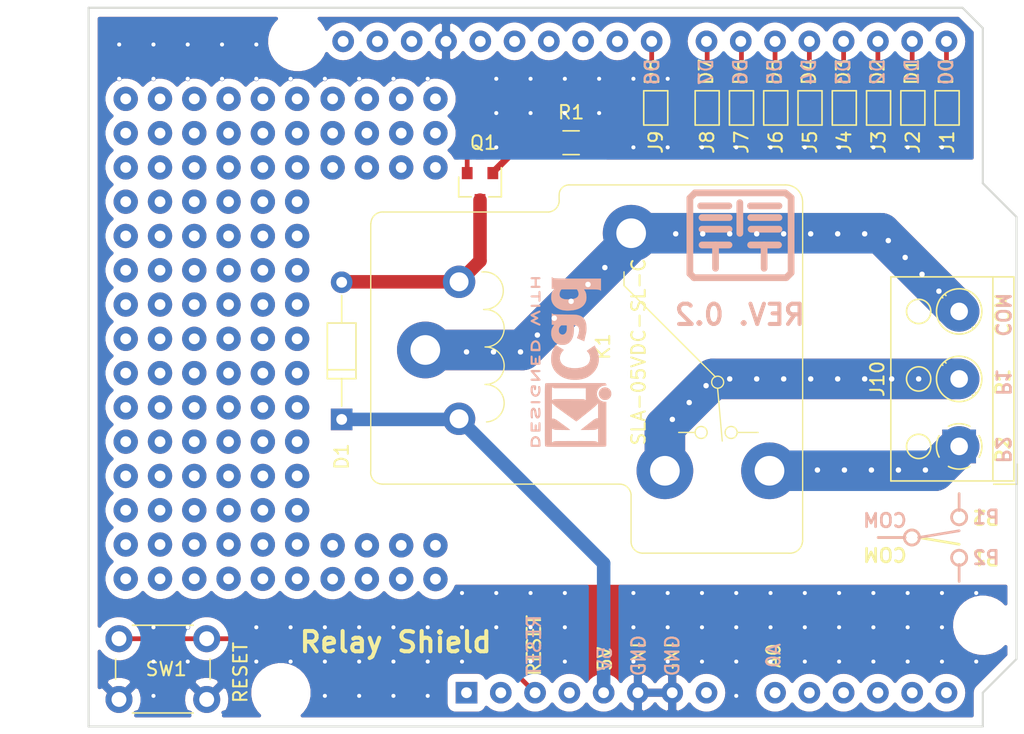
<source format=kicad_pcb>
(kicad_pcb (version 20170922) (host pcbnew "(2017-11-08 revision cd21218)-HEAD")
  (layers (0 F.Cu signal) (31 B.Cu signal) (34 B.Paste user) (35 F.Paste user) (36 B.SilkS user) (37 F.SilkS user) (38 B.Mask user) (39 F.Mask user) (44 Edge.Cuts user))
  (net 0 "")
  (net 1 GND)
  (net 2 +5V)
  (net 3 "Net-(D1-Pad2)")
  (net 4 /D2)
  (net 5 /D3)
  (net 6 "Net-(A1-Pad3)")
  (net 7 /D4)
  (net 8 /D5)
  (net 9 /D6)
  (net 10 /D7)
  (net 11 /D8)
  (net 12 /D0)
  (net 13 /D1)
  (net 14 /RELAY_CMD)
  (net 15 /REL3)
  (net 16 /REL1)
  (net 17 /REL4)
  (net 18 "Net-(Q1-Pad1)")
  (module Symbols:KiCad-Logo2_6mm_SilkScreen (layer B.Cu) (at 140.75 119.25 90)
    (fp_text reference REF*** hide)
    (fp_text value KiCad-Logo2_6mm_SilkScreen hide)
  )
  (module Wire_Pads:SolderWirePad_single_0-8mmDrill (layer F.Cu) (at 130.7 132.83)
    (fp_text reference REF** hide)
    (fp_text value SolderWirePad_single_0-8mmDrill)
    (pad 1 thru_hole circle (at 0 0) (size 1.8 1.8) (drill 0.8001) (layers *.Cu *.Mask))
  )
  (module Wire_Pads:SolderWirePad_single_0-8mmDrill (layer F.Cu) (at 128.16 135.33)
    (fp_text reference REF** hide)
    (fp_text value SolderWirePad_single_0-8mmDrill)
    (pad 1 thru_hole circle (at 0 0) (size 1.8 1.8) (drill 0.8001) (layers *.Cu *.Mask))
  )
  (module Wire_Pads:SolderWirePad_single_0-8mmDrill (layer F.Cu) (at 128.16 132.83)
    (fp_text reference REF** hide)
    (fp_text value SolderWirePad_single_0-8mmDrill)
    (pad 1 thru_hole circle (at 0 0) (size 1.8 1.8) (drill 0.8001) (layers *.Cu *.Mask))
  )
  (module Wire_Pads:SolderWirePad_single_0-8mmDrill (layer F.Cu) (at 130.7 135.33)
    (fp_text reference REF** hide)
    (fp_text value SolderWirePad_single_0-8mmDrill)
    (pad 1 thru_hole circle (at 0 0) (size 1.8 1.8) (drill 0.8001) (layers *.Cu *.Mask))
  )
  (module Wire_Pads:SolderWirePad_single_0-8mmDrill (layer F.Cu) (at 125.62 135.33)
    (fp_text reference REF** hide)
    (fp_text value SolderWirePad_single_0-8mmDrill)
    (pad 1 thru_hole circle (at 0 0) (size 1.8 1.8) (drill 0.8001) (layers *.Cu *.Mask))
  )
  (module Wire_Pads:SolderWirePad_single_0-8mmDrill (layer F.Cu) (at 125.62 132.83)
    (fp_text reference REF** hide)
    (fp_text value SolderWirePad_single_0-8mmDrill)
    (pad 1 thru_hole circle (at 0 0) (size 1.8 1.8) (drill 0.8001) (layers *.Cu *.Mask))
  )
  (module Wire_Pads:SolderWirePad_single_0-8mmDrill (layer F.Cu) (at 123.08 132.83)
    (fp_text reference REF** hide)
    (fp_text value SolderWirePad_single_0-8mmDrill)
    (pad 1 thru_hole circle (at 0 0) (size 1.8 1.8) (drill 0.8001) (layers *.Cu *.Mask))
  )
  (module Wire_Pads:SolderWirePad_single_0-8mmDrill (layer F.Cu) (at 123.08 135.33)
    (fp_text reference REF** hide)
    (fp_text value SolderWirePad_single_0-8mmDrill)
    (pad 1 thru_hole circle (at 0 0) (size 1.8 1.8) (drill 0.8001) (layers *.Cu *.Mask))
  )
  (module Wire_Pads:SolderWirePad_single_0-8mmDrill (layer F.Cu) (at 125.62 104.83)
    (fp_text reference REF** hide)
    (fp_text value SolderWirePad_single_0-8mmDrill)
    (pad 1 thru_hole circle (at 0 0) (size 1.8 1.8) (drill 0.8001) (layers *.Cu *.Mask))
  )
  (module Wire_Pads:SolderWirePad_single_0-8mmDrill (layer F.Cu) (at 123.08 104.83)
    (fp_text reference REF** hide)
    (fp_text value SolderWirePad_single_0-8mmDrill)
    (pad 1 thru_hole circle (at 0 0) (size 1.8 1.8) (drill 0.8001) (layers *.Cu *.Mask))
  )
  (module Wire_Pads:SolderWirePad_single_0-8mmDrill (layer F.Cu) (at 130.7 104.83)
    (fp_text reference REF** hide)
    (fp_text value SolderWirePad_single_0-8mmDrill)
    (pad 1 thru_hole circle (at 0 0) (size 1.8 1.8) (drill 0.8001) (layers *.Cu *.Mask))
  )
  (module Wire_Pads:SolderWirePad_single_0-8mmDrill (layer F.Cu) (at 128.16 99.75)
    (fp_text reference REF** hide)
    (fp_text value SolderWirePad_single_0-8mmDrill)
    (pad 1 thru_hole circle (at 0 0) (size 1.8 1.8) (drill 0.8001) (layers *.Cu *.Mask))
  )
  (module Wire_Pads:SolderWirePad_single_0-8mmDrill (layer F.Cu) (at 130.7 99.75)
    (fp_text reference REF** hide)
    (fp_text value SolderWirePad_single_0-8mmDrill)
    (pad 1 thru_hole circle (at 0 0) (size 1.8 1.8) (drill 0.8001) (layers *.Cu *.Mask))
  )
  (module Wire_Pads:SolderWirePad_single_0-8mmDrill (layer F.Cu) (at 125.62 102.29)
    (fp_text reference REF** hide)
    (fp_text value SolderWirePad_single_0-8mmDrill)
    (pad 1 thru_hole circle (at 0 0) (size 1.8 1.8) (drill 0.8001) (layers *.Cu *.Mask))
  )
  (module Wire_Pads:SolderWirePad_single_0-8mmDrill (layer F.Cu) (at 128.16 104.83)
    (fp_text reference REF** hide)
    (fp_text value SolderWirePad_single_0-8mmDrill)
    (pad 1 thru_hole circle (at 0 0) (size 1.8 1.8) (drill 0.8001) (layers *.Cu *.Mask))
  )
  (module Wire_Pads:SolderWirePad_single_0-8mmDrill (layer F.Cu) (at 123.08 102.29)
    (fp_text reference REF** hide)
    (fp_text value SolderWirePad_single_0-8mmDrill)
    (pad 1 thru_hole circle (at 0 0) (size 1.8 1.8) (drill 0.8001) (layers *.Cu *.Mask))
  )
  (module Wire_Pads:SolderWirePad_single_0-8mmDrill (layer F.Cu) (at 130.7 102.29)
    (fp_text reference REF** hide)
    (fp_text value SolderWirePad_single_0-8mmDrill)
    (pad 1 thru_hole circle (at 0 0) (size 1.8 1.8) (drill 0.8001) (layers *.Cu *.Mask))
  )
  (module Wire_Pads:SolderWirePad_single_0-8mmDrill (layer F.Cu) (at 128.16 102.29)
    (fp_text reference REF** hide)
    (fp_text value SolderWirePad_single_0-8mmDrill)
    (pad 1 thru_hole circle (at 0 0) (size 1.8 1.8) (drill 0.8001) (layers *.Cu *.Mask))
  )
  (module Wire_Pads:SolderWirePad_single_0-8mmDrill (layer F.Cu) (at 125.62 99.75)
    (fp_text reference REF** hide)
    (fp_text value SolderWirePad_single_0-8mmDrill)
    (pad 1 thru_hole circle (at 0 0) (size 1.8 1.8) (drill 0.8001) (layers *.Cu *.Mask))
  )
  (module Wire_Pads:SolderWirePad_single_0-8mmDrill (layer F.Cu) (at 123.08 99.75)
    (fp_text reference REF** hide)
    (fp_text value SolderWirePad_single_0-8mmDrill)
    (pad 1 thru_hole circle (at 0 0) (size 1.8 1.8) (drill 0.8001) (layers *.Cu *.Mask))
  )
  (module Wire_Pads:SolderWirePad_single_0-8mmDrill (layer F.Cu) (at 120.45 135.31)
    (fp_text reference REF** hide)
    (fp_text value SolderWirePad_single_0-8mmDrill)
    (pad 1 thru_hole circle (at 0 0) (size 1.8 1.8) (drill 0.8001) (layers *.Cu *.Mask))
  )
  (module Wire_Pads:SolderWirePad_single_0-8mmDrill (layer F.Cu) (at 117.91 135.31)
    (fp_text reference REF** hide)
    (fp_text value SolderWirePad_single_0-8mmDrill)
    (pad 1 thru_hole circle (at 0 0) (size 1.8 1.8) (drill 0.8001) (layers *.Cu *.Mask))
  )
  (module Wire_Pads:SolderWirePad_single_0-8mmDrill (layer F.Cu) (at 115.37 135.31)
    (fp_text reference REF** hide)
    (fp_text value SolderWirePad_single_0-8mmDrill)
    (pad 1 thru_hole circle (at 0 0) (size 1.8 1.8) (drill 0.8001) (layers *.Cu *.Mask))
  )
  (module Wire_Pads:SolderWirePad_single_0-8mmDrill (layer F.Cu) (at 112.83 135.31)
    (fp_text reference REF** hide)
    (fp_text value SolderWirePad_single_0-8mmDrill)
    (pad 1 thru_hole circle (at 0 0) (size 1.8 1.8) (drill 0.8001) (layers *.Cu *.Mask))
  )
  (module Wire_Pads:SolderWirePad_single_0-8mmDrill (layer F.Cu) (at 110.29 135.31)
    (fp_text reference REF** hide)
    (fp_text value SolderWirePad_single_0-8mmDrill)
    (pad 1 thru_hole circle (at 0 0) (size 1.8 1.8) (drill 0.8001) (layers *.Cu *.Mask))
  )
  (module Wire_Pads:SolderWirePad_single_0-8mmDrill (layer F.Cu) (at 107.75 135.31)
    (fp_text reference REF** hide)
    (fp_text value SolderWirePad_single_0-8mmDrill)
    (pad 1 thru_hole circle (at 0 0) (size 1.8 1.8) (drill 0.8001) (layers *.Cu *.Mask))
  )
  (module Wire_Pads:SolderWirePad_single_0-8mmDrill (layer F.Cu) (at 120.45 132.77)
    (fp_text reference REF** hide)
    (fp_text value SolderWirePad_single_0-8mmDrill)
    (pad 1 thru_hole circle (at 0 0) (size 1.8 1.8) (drill 0.8001) (layers *.Cu *.Mask))
  )
  (module Wire_Pads:SolderWirePad_single_0-8mmDrill (layer F.Cu) (at 117.91 132.77)
    (fp_text reference REF** hide)
    (fp_text value SolderWirePad_single_0-8mmDrill)
    (pad 1 thru_hole circle (at 0 0) (size 1.8 1.8) (drill 0.8001) (layers *.Cu *.Mask))
  )
  (module Wire_Pads:SolderWirePad_single_0-8mmDrill (layer F.Cu) (at 115.37 132.77)
    (fp_text reference REF** hide)
    (fp_text value SolderWirePad_single_0-8mmDrill)
    (pad 1 thru_hole circle (at 0 0) (size 1.8 1.8) (drill 0.8001) (layers *.Cu *.Mask))
  )
  (module Wire_Pads:SolderWirePad_single_0-8mmDrill (layer F.Cu) (at 112.83 132.77)
    (fp_text reference REF** hide)
    (fp_text value SolderWirePad_single_0-8mmDrill)
    (pad 1 thru_hole circle (at 0 0) (size 1.8 1.8) (drill 0.8001) (layers *.Cu *.Mask))
  )
  (module Wire_Pads:SolderWirePad_single_0-8mmDrill (layer F.Cu) (at 110.29 132.77)
    (fp_text reference REF** hide)
    (fp_text value SolderWirePad_single_0-8mmDrill)
    (pad 1 thru_hole circle (at 0 0) (size 1.8 1.8) (drill 0.8001) (layers *.Cu *.Mask))
  )
  (module Wire_Pads:SolderWirePad_single_0-8mmDrill (layer F.Cu) (at 107.75 132.77)
    (fp_text reference REF** hide)
    (fp_text value SolderWirePad_single_0-8mmDrill)
    (pad 1 thru_hole circle (at 0 0) (size 1.8 1.8) (drill 0.8001) (layers *.Cu *.Mask))
  )
  (module Wire_Pads:SolderWirePad_single_0-8mmDrill (layer F.Cu) (at 120.45 130.23)
    (fp_text reference REF** hide)
    (fp_text value SolderWirePad_single_0-8mmDrill)
    (pad 1 thru_hole circle (at 0 0) (size 1.8 1.8) (drill 0.8001) (layers *.Cu *.Mask))
  )
  (module Wire_Pads:SolderWirePad_single_0-8mmDrill (layer F.Cu) (at 117.91 130.23)
    (fp_text reference REF** hide)
    (fp_text value SolderWirePad_single_0-8mmDrill)
    (pad 1 thru_hole circle (at 0 0) (size 1.8 1.8) (drill 0.8001) (layers *.Cu *.Mask))
  )
  (module Wire_Pads:SolderWirePad_single_0-8mmDrill (layer F.Cu) (at 115.37 130.23)
    (fp_text reference REF** hide)
    (fp_text value SolderWirePad_single_0-8mmDrill)
    (pad 1 thru_hole circle (at 0 0) (size 1.8 1.8) (drill 0.8001) (layers *.Cu *.Mask))
  )
  (module Wire_Pads:SolderWirePad_single_0-8mmDrill (layer F.Cu) (at 112.83 130.23)
    (fp_text reference REF** hide)
    (fp_text value SolderWirePad_single_0-8mmDrill)
    (pad 1 thru_hole circle (at 0 0) (size 1.8 1.8) (drill 0.8001) (layers *.Cu *.Mask))
  )
  (module Wire_Pads:SolderWirePad_single_0-8mmDrill (layer F.Cu) (at 110.29 130.23)
    (fp_text reference REF** hide)
    (fp_text value SolderWirePad_single_0-8mmDrill)
    (pad 1 thru_hole circle (at 0 0) (size 1.8 1.8) (drill 0.8001) (layers *.Cu *.Mask))
  )
  (module Wire_Pads:SolderWirePad_single_0-8mmDrill (layer F.Cu) (at 107.75 130.23)
    (fp_text reference REF** hide)
    (fp_text value SolderWirePad_single_0-8mmDrill)
    (pad 1 thru_hole circle (at 0 0) (size 1.8 1.8) (drill 0.8001) (layers *.Cu *.Mask))
  )
  (module Wire_Pads:SolderWirePad_single_0-8mmDrill (layer F.Cu) (at 120.45 127.69)
    (fp_text reference REF** hide)
    (fp_text value SolderWirePad_single_0-8mmDrill)
    (pad 1 thru_hole circle (at 0 0) (size 1.8 1.8) (drill 0.8001) (layers *.Cu *.Mask))
  )
  (module Wire_Pads:SolderWirePad_single_0-8mmDrill (layer F.Cu) (at 117.91 127.69)
    (fp_text reference REF** hide)
    (fp_text value SolderWirePad_single_0-8mmDrill)
    (pad 1 thru_hole circle (at 0 0) (size 1.8 1.8) (drill 0.8001) (layers *.Cu *.Mask))
  )
  (module Wire_Pads:SolderWirePad_single_0-8mmDrill (layer F.Cu) (at 115.37 127.69)
    (fp_text reference REF** hide)
    (fp_text value SolderWirePad_single_0-8mmDrill)
    (pad 1 thru_hole circle (at 0 0) (size 1.8 1.8) (drill 0.8001) (layers *.Cu *.Mask))
  )
  (module Wire_Pads:SolderWirePad_single_0-8mmDrill (layer F.Cu) (at 112.83 127.69)
    (fp_text reference REF** hide)
    (fp_text value SolderWirePad_single_0-8mmDrill)
    (pad 1 thru_hole circle (at 0 0) (size 1.8 1.8) (drill 0.8001) (layers *.Cu *.Mask))
  )
  (module Wire_Pads:SolderWirePad_single_0-8mmDrill (layer F.Cu) (at 110.29 127.69)
    (fp_text reference REF** hide)
    (fp_text value SolderWirePad_single_0-8mmDrill)
    (pad 1 thru_hole circle (at 0 0) (size 1.8 1.8) (drill 0.8001) (layers *.Cu *.Mask))
  )
  (module Wire_Pads:SolderWirePad_single_0-8mmDrill (layer F.Cu) (at 107.75 127.69)
    (fp_text reference REF** hide)
    (fp_text value SolderWirePad_single_0-8mmDrill)
    (pad 1 thru_hole circle (at 0 0) (size 1.8 1.8) (drill 0.8001) (layers *.Cu *.Mask))
  )
  (module Wire_Pads:SolderWirePad_single_0-8mmDrill (layer F.Cu) (at 120.45 125.15)
    (fp_text reference REF** hide)
    (fp_text value SolderWirePad_single_0-8mmDrill)
    (pad 1 thru_hole circle (at 0 0) (size 1.8 1.8) (drill 0.8001) (layers *.Cu *.Mask))
  )
  (module Wire_Pads:SolderWirePad_single_0-8mmDrill (layer F.Cu) (at 117.91 125.15)
    (fp_text reference REF** hide)
    (fp_text value SolderWirePad_single_0-8mmDrill)
    (pad 1 thru_hole circle (at 0 0) (size 1.8 1.8) (drill 0.8001) (layers *.Cu *.Mask))
  )
  (module Wire_Pads:SolderWirePad_single_0-8mmDrill (layer F.Cu) (at 115.37 125.15)
    (fp_text reference REF** hide)
    (fp_text value SolderWirePad_single_0-8mmDrill)
    (pad 1 thru_hole circle (at 0 0) (size 1.8 1.8) (drill 0.8001) (layers *.Cu *.Mask))
  )
  (module Wire_Pads:SolderWirePad_single_0-8mmDrill (layer F.Cu) (at 112.83 125.15)
    (fp_text reference REF** hide)
    (fp_text value SolderWirePad_single_0-8mmDrill)
    (pad 1 thru_hole circle (at 0 0) (size 1.8 1.8) (drill 0.8001) (layers *.Cu *.Mask))
  )
  (module Wire_Pads:SolderWirePad_single_0-8mmDrill (layer F.Cu) (at 110.29 125.15)
    (fp_text reference REF** hide)
    (fp_text value SolderWirePad_single_0-8mmDrill)
    (pad 1 thru_hole circle (at 0 0) (size 1.8 1.8) (drill 0.8001) (layers *.Cu *.Mask))
  )
  (module Wire_Pads:SolderWirePad_single_0-8mmDrill (layer F.Cu) (at 107.75 125.15)
    (fp_text reference REF** hide)
    (fp_text value SolderWirePad_single_0-8mmDrill)
    (pad 1 thru_hole circle (at 0 0) (size 1.8 1.8) (drill 0.8001) (layers *.Cu *.Mask))
  )
  (module Wire_Pads:SolderWirePad_single_0-8mmDrill (layer F.Cu) (at 120.45 122.61)
    (fp_text reference REF** hide)
    (fp_text value SolderWirePad_single_0-8mmDrill)
    (pad 1 thru_hole circle (at 0 0) (size 1.8 1.8) (drill 0.8001) (layers *.Cu *.Mask))
  )
  (module Wire_Pads:SolderWirePad_single_0-8mmDrill (layer F.Cu) (at 117.91 122.61)
    (fp_text reference REF** hide)
    (fp_text value SolderWirePad_single_0-8mmDrill)
    (pad 1 thru_hole circle (at 0 0) (size 1.8 1.8) (drill 0.8001) (layers *.Cu *.Mask))
  )
  (module Wire_Pads:SolderWirePad_single_0-8mmDrill (layer F.Cu) (at 115.37 122.61)
    (fp_text reference REF** hide)
    (fp_text value SolderWirePad_single_0-8mmDrill)
    (pad 1 thru_hole circle (at 0 0) (size 1.8 1.8) (drill 0.8001) (layers *.Cu *.Mask))
  )
  (module Wire_Pads:SolderWirePad_single_0-8mmDrill (layer F.Cu) (at 112.83 122.61)
    (fp_text reference REF** hide)
    (fp_text value SolderWirePad_single_0-8mmDrill)
    (pad 1 thru_hole circle (at 0 0) (size 1.8 1.8) (drill 0.8001) (layers *.Cu *.Mask))
  )
  (module Wire_Pads:SolderWirePad_single_0-8mmDrill (layer F.Cu) (at 110.29 122.61)
    (fp_text reference REF** hide)
    (fp_text value SolderWirePad_single_0-8mmDrill)
    (pad 1 thru_hole circle (at 0 0) (size 1.8 1.8) (drill 0.8001) (layers *.Cu *.Mask))
  )
  (module Wire_Pads:SolderWirePad_single_0-8mmDrill (layer F.Cu) (at 107.75 122.61)
    (fp_text reference REF** hide)
    (fp_text value SolderWirePad_single_0-8mmDrill)
    (pad 1 thru_hole circle (at 0 0) (size 1.8 1.8) (drill 0.8001) (layers *.Cu *.Mask))
  )
  (module Wire_Pads:SolderWirePad_single_0-8mmDrill (layer F.Cu) (at 120.45 120.07)
    (fp_text reference REF** hide)
    (fp_text value SolderWirePad_single_0-8mmDrill)
    (pad 1 thru_hole circle (at 0 0) (size 1.8 1.8) (drill 0.8001) (layers *.Cu *.Mask))
  )
  (module Wire_Pads:SolderWirePad_single_0-8mmDrill (layer F.Cu) (at 117.91 120.07)
    (fp_text reference REF** hide)
    (fp_text value SolderWirePad_single_0-8mmDrill)
    (pad 1 thru_hole circle (at 0 0) (size 1.8 1.8) (drill 0.8001) (layers *.Cu *.Mask))
  )
  (module Wire_Pads:SolderWirePad_single_0-8mmDrill (layer F.Cu) (at 115.37 120.07)
    (fp_text reference REF** hide)
    (fp_text value SolderWirePad_single_0-8mmDrill)
    (pad 1 thru_hole circle (at 0 0) (size 1.8 1.8) (drill 0.8001) (layers *.Cu *.Mask))
  )
  (module Wire_Pads:SolderWirePad_single_0-8mmDrill (layer F.Cu) (at 112.83 120.07)
    (fp_text reference REF** hide)
    (fp_text value SolderWirePad_single_0-8mmDrill)
    (pad 1 thru_hole circle (at 0 0) (size 1.8 1.8) (drill 0.8001) (layers *.Cu *.Mask))
  )
  (module Wire_Pads:SolderWirePad_single_0-8mmDrill (layer F.Cu) (at 110.29 120.07)
    (fp_text reference REF** hide)
    (fp_text value SolderWirePad_single_0-8mmDrill)
    (pad 1 thru_hole circle (at 0 0) (size 1.8 1.8) (drill 0.8001) (layers *.Cu *.Mask))
  )
  (module Wire_Pads:SolderWirePad_single_0-8mmDrill (layer F.Cu) (at 107.75 120.07)
    (fp_text reference REF** hide)
    (fp_text value SolderWirePad_single_0-8mmDrill)
    (pad 1 thru_hole circle (at 0 0) (size 1.8 1.8) (drill 0.8001) (layers *.Cu *.Mask))
  )
  (module Wire_Pads:SolderWirePad_single_0-8mmDrill (layer F.Cu) (at 120.45 117.53)
    (fp_text reference REF** hide)
    (fp_text value SolderWirePad_single_0-8mmDrill)
    (pad 1 thru_hole circle (at 0 0) (size 1.8 1.8) (drill 0.8001) (layers *.Cu *.Mask))
  )
  (module Wire_Pads:SolderWirePad_single_0-8mmDrill (layer F.Cu) (at 117.91 117.53)
    (fp_text reference REF** hide)
    (fp_text value SolderWirePad_single_0-8mmDrill)
    (pad 1 thru_hole circle (at 0 0) (size 1.8 1.8) (drill 0.8001) (layers *.Cu *.Mask))
  )
  (module Wire_Pads:SolderWirePad_single_0-8mmDrill (layer F.Cu) (at 115.37 117.53)
    (fp_text reference REF** hide)
    (fp_text value SolderWirePad_single_0-8mmDrill)
    (pad 1 thru_hole circle (at 0 0) (size 1.8 1.8) (drill 0.8001) (layers *.Cu *.Mask))
  )
  (module Wire_Pads:SolderWirePad_single_0-8mmDrill (layer F.Cu) (at 112.83 117.53)
    (fp_text reference REF** hide)
    (fp_text value SolderWirePad_single_0-8mmDrill)
    (pad 1 thru_hole circle (at 0 0) (size 1.8 1.8) (drill 0.8001) (layers *.Cu *.Mask))
  )
  (module Wire_Pads:SolderWirePad_single_0-8mmDrill (layer F.Cu) (at 110.29 117.53)
    (fp_text reference REF** hide)
    (fp_text value SolderWirePad_single_0-8mmDrill)
    (pad 1 thru_hole circle (at 0 0) (size 1.8 1.8) (drill 0.8001) (layers *.Cu *.Mask))
  )
  (module Wire_Pads:SolderWirePad_single_0-8mmDrill (layer F.Cu) (at 107.75 117.53)
    (fp_text reference REF** hide)
    (fp_text value SolderWirePad_single_0-8mmDrill)
    (pad 1 thru_hole circle (at 0 0) (size 1.8 1.8) (drill 0.8001) (layers *.Cu *.Mask))
  )
  (module Wire_Pads:SolderWirePad_single_0-8mmDrill (layer F.Cu) (at 120.45 114.99)
    (fp_text reference REF** hide)
    (fp_text value SolderWirePad_single_0-8mmDrill)
    (pad 1 thru_hole circle (at 0 0) (size 1.8 1.8) (drill 0.8001) (layers *.Cu *.Mask))
  )
  (module Wire_Pads:SolderWirePad_single_0-8mmDrill (layer F.Cu) (at 117.91 114.99)
    (fp_text reference REF** hide)
    (fp_text value SolderWirePad_single_0-8mmDrill)
    (pad 1 thru_hole circle (at 0 0) (size 1.8 1.8) (drill 0.8001) (layers *.Cu *.Mask))
  )
  (module Wire_Pads:SolderWirePad_single_0-8mmDrill (layer F.Cu) (at 115.37 114.99)
    (fp_text reference REF** hide)
    (fp_text value SolderWirePad_single_0-8mmDrill)
    (pad 1 thru_hole circle (at 0 0) (size 1.8 1.8) (drill 0.8001) (layers *.Cu *.Mask))
  )
  (module Wire_Pads:SolderWirePad_single_0-8mmDrill (layer F.Cu) (at 112.83 114.99)
    (fp_text reference REF** hide)
    (fp_text value SolderWirePad_single_0-8mmDrill)
    (pad 1 thru_hole circle (at 0 0) (size 1.8 1.8) (drill 0.8001) (layers *.Cu *.Mask))
  )
  (module Wire_Pads:SolderWirePad_single_0-8mmDrill (layer F.Cu) (at 110.29 114.99)
    (fp_text reference REF** hide)
    (fp_text value SolderWirePad_single_0-8mmDrill)
    (pad 1 thru_hole circle (at 0 0) (size 1.8 1.8) (drill 0.8001) (layers *.Cu *.Mask))
  )
  (module Wire_Pads:SolderWirePad_single_0-8mmDrill (layer F.Cu) (at 107.75 114.99)
    (fp_text reference REF** hide)
    (fp_text value SolderWirePad_single_0-8mmDrill)
    (pad 1 thru_hole circle (at 0 0) (size 1.8 1.8) (drill 0.8001) (layers *.Cu *.Mask))
  )
  (module Wire_Pads:SolderWirePad_single_0-8mmDrill (layer F.Cu) (at 120.45 112.45)
    (fp_text reference REF** hide)
    (fp_text value SolderWirePad_single_0-8mmDrill)
    (pad 1 thru_hole circle (at 0 0) (size 1.8 1.8) (drill 0.8001) (layers *.Cu *.Mask))
  )
  (module Wire_Pads:SolderWirePad_single_0-8mmDrill (layer F.Cu) (at 117.91 112.45)
    (fp_text reference REF** hide)
    (fp_text value SolderWirePad_single_0-8mmDrill)
    (pad 1 thru_hole circle (at 0 0) (size 1.8 1.8) (drill 0.8001) (layers *.Cu *.Mask))
  )
  (module Wire_Pads:SolderWirePad_single_0-8mmDrill (layer F.Cu) (at 115.37 112.45)
    (fp_text reference REF** hide)
    (fp_text value SolderWirePad_single_0-8mmDrill)
    (pad 1 thru_hole circle (at 0 0) (size 1.8 1.8) (drill 0.8001) (layers *.Cu *.Mask))
  )
  (module Wire_Pads:SolderWirePad_single_0-8mmDrill (layer F.Cu) (at 112.83 112.45)
    (fp_text reference REF** hide)
    (fp_text value SolderWirePad_single_0-8mmDrill)
    (pad 1 thru_hole circle (at 0 0) (size 1.8 1.8) (drill 0.8001) (layers *.Cu *.Mask))
  )
  (module Wire_Pads:SolderWirePad_single_0-8mmDrill (layer F.Cu) (at 110.29 112.45)
    (fp_text reference REF** hide)
    (fp_text value SolderWirePad_single_0-8mmDrill)
    (pad 1 thru_hole circle (at 0 0) (size 1.8 1.8) (drill 0.8001) (layers *.Cu *.Mask))
  )
  (module Wire_Pads:SolderWirePad_single_0-8mmDrill (layer F.Cu) (at 107.75 112.45)
    (fp_text reference REF** hide)
    (fp_text value SolderWirePad_single_0-8mmDrill)
    (pad 1 thru_hole circle (at 0 0) (size 1.8 1.8) (drill 0.8001) (layers *.Cu *.Mask))
  )
  (module Wire_Pads:SolderWirePad_single_0-8mmDrill (layer F.Cu) (at 120.45 109.91)
    (fp_text reference REF** hide)
    (fp_text value SolderWirePad_single_0-8mmDrill)
    (pad 1 thru_hole circle (at 0 0) (size 1.8 1.8) (drill 0.8001) (layers *.Cu *.Mask))
  )
  (module Wire_Pads:SolderWirePad_single_0-8mmDrill (layer F.Cu) (at 117.91 109.91)
    (fp_text reference REF** hide)
    (fp_text value SolderWirePad_single_0-8mmDrill)
    (pad 1 thru_hole circle (at 0 0) (size 1.8 1.8) (drill 0.8001) (layers *.Cu *.Mask))
  )
  (module Wire_Pads:SolderWirePad_single_0-8mmDrill (layer F.Cu) (at 115.37 109.91)
    (fp_text reference REF** hide)
    (fp_text value SolderWirePad_single_0-8mmDrill)
    (pad 1 thru_hole circle (at 0 0) (size 1.8 1.8) (drill 0.8001) (layers *.Cu *.Mask))
  )
  (module Wire_Pads:SolderWirePad_single_0-8mmDrill (layer F.Cu) (at 112.83 109.91)
    (fp_text reference REF** hide)
    (fp_text value SolderWirePad_single_0-8mmDrill)
    (pad 1 thru_hole circle (at 0 0) (size 1.8 1.8) (drill 0.8001) (layers *.Cu *.Mask))
  )
  (module Wire_Pads:SolderWirePad_single_0-8mmDrill (layer F.Cu) (at 110.29 109.91)
    (fp_text reference REF** hide)
    (fp_text value SolderWirePad_single_0-8mmDrill)
    (pad 1 thru_hole circle (at 0 0) (size 1.8 1.8) (drill 0.8001) (layers *.Cu *.Mask))
  )
  (module Wire_Pads:SolderWirePad_single_0-8mmDrill (layer F.Cu) (at 107.75 109.91)
    (fp_text reference REF** hide)
    (fp_text value SolderWirePad_single_0-8mmDrill)
    (pad 1 thru_hole circle (at 0 0) (size 1.8 1.8) (drill 0.8001) (layers *.Cu *.Mask))
  )
  (module Wire_Pads:SolderWirePad_single_0-8mmDrill (layer F.Cu) (at 120.45 107.37)
    (fp_text reference REF** hide)
    (fp_text value SolderWirePad_single_0-8mmDrill)
    (pad 1 thru_hole circle (at 0 0) (size 1.8 1.8) (drill 0.8001) (layers *.Cu *.Mask))
  )
  (module Wire_Pads:SolderWirePad_single_0-8mmDrill (layer F.Cu) (at 117.91 107.37)
    (fp_text reference REF** hide)
    (fp_text value SolderWirePad_single_0-8mmDrill)
    (pad 1 thru_hole circle (at 0 0) (size 1.8 1.8) (drill 0.8001) (layers *.Cu *.Mask))
  )
  (module Wire_Pads:SolderWirePad_single_0-8mmDrill (layer F.Cu) (at 115.37 107.37)
    (fp_text reference REF** hide)
    (fp_text value SolderWirePad_single_0-8mmDrill)
    (pad 1 thru_hole circle (at 0 0) (size 1.8 1.8) (drill 0.8001) (layers *.Cu *.Mask))
  )
  (module Wire_Pads:SolderWirePad_single_0-8mmDrill (layer F.Cu) (at 112.83 107.37)
    (fp_text reference REF** hide)
    (fp_text value SolderWirePad_single_0-8mmDrill)
    (pad 1 thru_hole circle (at 0 0) (size 1.8 1.8) (drill 0.8001) (layers *.Cu *.Mask))
  )
  (module Wire_Pads:SolderWirePad_single_0-8mmDrill (layer F.Cu) (at 110.29 107.37)
    (fp_text reference REF** hide)
    (fp_text value SolderWirePad_single_0-8mmDrill)
    (pad 1 thru_hole circle (at 0 0) (size 1.8 1.8) (drill 0.8001) (layers *.Cu *.Mask))
  )
  (module Wire_Pads:SolderWirePad_single_0-8mmDrill (layer F.Cu) (at 107.75 107.37)
    (fp_text reference REF** hide)
    (fp_text value SolderWirePad_single_0-8mmDrill)
    (pad 1 thru_hole circle (at 0 0) (size 1.8 1.8) (drill 0.8001) (layers *.Cu *.Mask))
  )
  (module Wire_Pads:SolderWirePad_single_0-8mmDrill (layer F.Cu) (at 120.45 104.83)
    (fp_text reference REF** hide)
    (fp_text value SolderWirePad_single_0-8mmDrill)
    (pad 1 thru_hole circle (at 0 0) (size 1.8 1.8) (drill 0.8001) (layers *.Cu *.Mask))
  )
  (module Wire_Pads:SolderWirePad_single_0-8mmDrill (layer F.Cu) (at 117.91 104.83)
    (fp_text reference REF** hide)
    (fp_text value SolderWirePad_single_0-8mmDrill)
    (pad 1 thru_hole circle (at 0 0) (size 1.8 1.8) (drill 0.8001) (layers *.Cu *.Mask))
  )
  (module Wire_Pads:SolderWirePad_single_0-8mmDrill (layer F.Cu) (at 115.37 104.83)
    (fp_text reference REF** hide)
    (fp_text value SolderWirePad_single_0-8mmDrill)
    (pad 1 thru_hole circle (at 0 0) (size 1.8 1.8) (drill 0.8001) (layers *.Cu *.Mask))
  )
  (module Wire_Pads:SolderWirePad_single_0-8mmDrill (layer F.Cu) (at 112.83 104.83)
    (fp_text reference REF** hide)
    (fp_text value SolderWirePad_single_0-8mmDrill)
    (pad 1 thru_hole circle (at 0 0) (size 1.8 1.8) (drill 0.8001) (layers *.Cu *.Mask))
  )
  (module Wire_Pads:SolderWirePad_single_0-8mmDrill (layer F.Cu) (at 110.29 104.83)
    (fp_text reference REF** hide)
    (fp_text value SolderWirePad_single_0-8mmDrill)
    (pad 1 thru_hole circle (at 0 0) (size 1.8 1.8) (drill 0.8001) (layers *.Cu *.Mask))
  )
  (module Wire_Pads:SolderWirePad_single_0-8mmDrill (layer F.Cu) (at 107.75 104.83)
    (fp_text reference REF** hide)
    (fp_text value SolderWirePad_single_0-8mmDrill)
    (pad 1 thru_hole circle (at 0 0) (size 1.8 1.8) (drill 0.8001) (layers *.Cu *.Mask))
  )
  (module Wire_Pads:SolderWirePad_single_0-8mmDrill (layer F.Cu) (at 120.45 102.29)
    (fp_text reference REF** hide)
    (fp_text value SolderWirePad_single_0-8mmDrill)
    (pad 1 thru_hole circle (at 0 0) (size 1.8 1.8) (drill 0.8001) (layers *.Cu *.Mask))
  )
  (module Wire_Pads:SolderWirePad_single_0-8mmDrill (layer F.Cu) (at 117.91 102.29)
    (fp_text reference REF** hide)
    (fp_text value SolderWirePad_single_0-8mmDrill)
    (pad 1 thru_hole circle (at 0 0) (size 1.8 1.8) (drill 0.8001) (layers *.Cu *.Mask))
  )
  (module Wire_Pads:SolderWirePad_single_0-8mmDrill (layer F.Cu) (at 115.37 102.29)
    (fp_text reference REF** hide)
    (fp_text value SolderWirePad_single_0-8mmDrill)
    (pad 1 thru_hole circle (at 0 0) (size 1.8 1.8) (drill 0.8001) (layers *.Cu *.Mask))
  )
  (module Wire_Pads:SolderWirePad_single_0-8mmDrill (layer F.Cu) (at 112.83 102.29)
    (fp_text reference REF** hide)
    (fp_text value SolderWirePad_single_0-8mmDrill)
    (pad 1 thru_hole circle (at 0 0) (size 1.8 1.8) (drill 0.8001) (layers *.Cu *.Mask))
  )
  (module Wire_Pads:SolderWirePad_single_0-8mmDrill (layer F.Cu) (at 110.29 102.29)
    (fp_text reference REF** hide)
    (fp_text value SolderWirePad_single_0-8mmDrill)
    (pad 1 thru_hole circle (at 0 0) (size 1.8 1.8) (drill 0.8001) (layers *.Cu *.Mask))
  )
  (module Wire_Pads:SolderWirePad_single_0-8mmDrill (layer F.Cu) (at 107.75 102.29)
    (fp_text reference REF** hide)
    (fp_text value SolderWirePad_single_0-8mmDrill)
    (pad 1 thru_hole circle (at 0 0) (size 1.8 1.8) (drill 0.8001) (layers *.Cu *.Mask))
  )
  (module Wire_Pads:SolderWirePad_single_0-8mmDrill (layer F.Cu) (at 120.45 99.75)
    (fp_text reference REF** hide)
    (fp_text value SolderWirePad_single_0-8mmDrill)
    (pad 1 thru_hole circle (at 0 0) (size 1.8 1.8) (drill 0.8001) (layers *.Cu *.Mask))
  )
  (module Wire_Pads:SolderWirePad_single_0-8mmDrill (layer F.Cu) (at 117.91 99.75)
    (fp_text reference REF** hide)
    (fp_text value SolderWirePad_single_0-8mmDrill)
    (pad 1 thru_hole circle (at 0 0) (size 1.8 1.8) (drill 0.8001) (layers *.Cu *.Mask))
  )
  (module Wire_Pads:SolderWirePad_single_0-8mmDrill (layer F.Cu) (at 115.37 99.75)
    (fp_text reference REF** hide)
    (fp_text value SolderWirePad_single_0-8mmDrill)
    (pad 1 thru_hole circle (at 0 0) (size 1.8 1.8) (drill 0.8001) (layers *.Cu *.Mask))
  )
  (module Wire_Pads:SolderWirePad_single_0-8mmDrill (layer F.Cu) (at 112.83 99.75)
    (fp_text reference REF** hide)
    (fp_text value SolderWirePad_single_0-8mmDrill)
    (pad 1 thru_hole circle (at 0 0) (size 1.8 1.8) (drill 0.8001) (layers *.Cu *.Mask))
  )
  (module Wire_Pads:SolderWirePad_single_0-8mmDrill (layer F.Cu) (at 110.29 99.75)
    (fp_text reference REF** hide)
    (fp_text value SolderWirePad_single_0-8mmDrill)
    (pad 1 thru_hole circle (at 0 0) (size 1.8 1.8) (drill 0.8001) (layers *.Cu *.Mask))
  )
  (module Wire_Pads:SolderWirePad_single_0-8mmDrill (layer F.Cu) (at 107.75 99.75)
    (fp_text reference REF** hide)
    (fp_text value SolderWirePad_single_0-8mmDrill)
    (pad 1 thru_hole circle (at 0 0) (size 1.8 1.8) (drill 0.8001) (layers *.Cu *.Mask))
  )
  (module SLA-5VDC-SL (layer F.Cu) (at 143.5 117.75 270)
    (fp_text reference K1 (at 0.358081 0.3817 270) (layer F.SilkS))
    (fp_text value SLA-05VDC-SL-C (at 0.75 -2.25 270) (layer F.SilkS))
    (pad 2 thru_hole circle (at -4.444864 11.052024 270) (size 2.4 2.4) (drill 1.4) (layers *.Cu *.Mask) (net 3 "Net-(D1-Pad2)"))
    (pad 5 thru_hole circle (at 5.705136 11.052024 270) (size 2.4 2.4) (drill 1.4) (layers *.Cu *.Mask) (net 2 +5V))
    (pad 1 thru_hole circle (at 0.605136 13.552024 270) (size 4.2 4.2) (drill 2.2) (layers *.Cu *.Mask) (net 16 /REL1))
    (pad 1 thru_hole circle (at -8.044864 -1.697976 270) (size 4.2 4.2) (drill 2.2) (layers *.Cu *.Mask) (net 16 /REL1))
    (pad 4 thru_hole circle (at 9.555136 -4.197976 270) (size 4.2 4.2) (drill 2.2) (layers *.Cu *.Mask) (net 17 /REL4))
    (pad 3 thru_hole circle (at 9.555136 -11.947976 270) (size 4.2 4.2) (drill 2.2) (layers *.Cu *.Mask) (net 15 /REL3))
  )
  (module Mounting_Holes:MountingHole_3.2mm_M3_DIN965 (layer F.Cu) (at 119.25 143.75)
    (fp_text reference REF** hide)
    (fp_text value MountingHole_3.2mm_M3_DIN965)
    (pad 1 np_thru_hole circle (at 0 0) (size 3.2 3.2) (drill 3.2) (layers *.Cu *.Mask))
  )
  (module Mounting_Holes:MountingHole_3.2mm_M3_DIN965 (layer F.Cu) (at 171.25 138.75)
    (fp_text reference REF** hide)
    (fp_text value MountingHole_3.2mm_M3_DIN965)
    (pad 1 np_thru_hole circle (at 0 0) (size 3.2 3.2) (drill 3.2) (layers *.Cu *.Mask))
  )
  (module Mounting_Holes:MountingHole_3.2mm_M3_DIN965 (layer F.Cu) (at 171.25 110.75)
    (fp_text reference REF** hide)
    (fp_text value MountingHole_3.2mm_M3_DIN965)
    (pad 1 np_thru_hole circle (at 0 0) (size 3.2 3.2) (drill 3.2) (layers *.Cu *.Mask))
  )
  (module Mounting_Holes:MountingHole_3.2mm_M3_DIN965 (layer F.Cu) (at 120.5 95.5)
    (fp_text reference REF** hide)
    (fp_text value MountingHole_3.2mm_M3_DIN965)
    (pad 1 np_thru_hole circle (at 0 0) (size 3.2 3.2) (drill 3.2) (layers *.Cu *.Mask))
  )
  (module myfootprints.pretty:my_logo (layer B.Cu) (at 153.25 110.5 180)
    (fp_text reference REF** hide)
    (fp_text value my_logo hide)
  )
  (module Modules:Arduino_UNO_R3 (layer B.Cu) (at 133 143.75)
    (fp_text reference A1 hide)
    (fp_text value Arduino_UNO_R3)
    (pad 32 thru_hole oval (at -9.14 -48.26 270) (size 1.6 1.6) (drill 0.8) (layers *.Cu *.Mask))
    (pad 31 thru_hole oval (at -6.6 -48.26 270) (size 1.6 1.6) (drill 0.8) (layers *.Cu *.Mask))
    (pad 1 thru_hole rect (at 0 0 270) (size 1.6 1.6) (drill 0.8) (layers *.Cu *.Mask))
    (pad 17 thru_hole oval (at 30.48 -48.26 270) (size 1.6 1.6) (drill 0.8) (layers *.Cu *.Mask) (net 4 /D2))
    (pad 2 thru_hole oval (at 2.54 0 270) (size 1.6 1.6) (drill 0.8) (layers *.Cu *.Mask))
    (pad 18 thru_hole oval (at 27.94 -48.26 270) (size 1.6 1.6) (drill 0.8) (layers *.Cu *.Mask) (net 5 /D3))
    (pad 3 thru_hole oval (at 5.08 0 270) (size 1.6 1.6) (drill 0.8) (layers *.Cu *.Mask) (net 6 "Net-(A1-Pad3)"))
    (pad 19 thru_hole oval (at 25.4 -48.26 270) (size 1.6 1.6) (drill 0.8) (layers *.Cu *.Mask) (net 7 /D4))
    (pad 4 thru_hole oval (at 7.62 0 270) (size 1.6 1.6) (drill 0.8) (layers *.Cu *.Mask))
    (pad 20 thru_hole oval (at 22.86 -48.26 270) (size 1.6 1.6) (drill 0.8) (layers *.Cu *.Mask) (net 8 /D5))
    (pad 5 thru_hole oval (at 10.16 0 270) (size 1.6 1.6) (drill 0.8) (layers *.Cu *.Mask) (net 2 +5V))
    (pad 21 thru_hole oval (at 20.32 -48.26 270) (size 1.6 1.6) (drill 0.8) (layers *.Cu *.Mask) (net 9 /D6))
    (pad 6 thru_hole oval (at 12.7 0 270) (size 1.6 1.6) (drill 0.8) (layers *.Cu *.Mask) (net 1 GND))
    (pad 22 thru_hole oval (at 17.78 -48.26 270) (size 1.6 1.6) (drill 0.8) (layers *.Cu *.Mask) (net 10 /D7))
    (pad 7 thru_hole oval (at 15.24 0 270) (size 1.6 1.6) (drill 0.8) (layers *.Cu *.Mask) (net 1 GND))
    (pad 23 thru_hole oval (at 13.72 -48.26 270) (size 1.6 1.6) (drill 0.8) (layers *.Cu *.Mask) (net 11 /D8))
    (pad 8 thru_hole oval (at 17.78 0 270) (size 1.6 1.6) (drill 0.8) (layers *.Cu *.Mask))
    (pad 24 thru_hole oval (at 11.18 -48.26 270) (size 1.6 1.6) (drill 0.8) (layers *.Cu *.Mask))
    (pad 9 thru_hole oval (at 22.86 0 270) (size 1.6 1.6) (drill 0.8) (layers *.Cu *.Mask))
    (pad 25 thru_hole oval (at 8.64 -48.26 270) (size 1.6 1.6) (drill 0.8) (layers *.Cu *.Mask))
    (pad 10 thru_hole oval (at 25.4 0 270) (size 1.6 1.6) (drill 0.8) (layers *.Cu *.Mask))
    (pad 26 thru_hole oval (at 6.1 -48.26 270) (size 1.6 1.6) (drill 0.8) (layers *.Cu *.Mask))
    (pad 11 thru_hole oval (at 27.94 0 270) (size 1.6 1.6) (drill 0.8) (layers *.Cu *.Mask))
    (pad 27 thru_hole oval (at 3.56 -48.26 270) (size 1.6 1.6) (drill 0.8) (layers *.Cu *.Mask))
    (pad 12 thru_hole oval (at 30.48 0 270) (size 1.6 1.6) (drill 0.8) (layers *.Cu *.Mask))
    (pad 28 thru_hole oval (at 1.02 -48.26 270) (size 1.6 1.6) (drill 0.8) (layers *.Cu *.Mask))
    (pad 13 thru_hole oval (at 33.02 0 270) (size 1.6 1.6) (drill 0.8) (layers *.Cu *.Mask))
    (pad 29 thru_hole oval (at -1.52 -48.26 270) (size 1.6 1.6) (drill 0.8) (layers *.Cu *.Mask) (net 1 GND))
    (pad 14 thru_hole oval (at 35.56 0 270) (size 1.6 1.6) (drill 0.8) (layers *.Cu *.Mask))
    (pad 30 thru_hole oval (at -4.06 -48.26 270) (size 1.6 1.6) (drill 0.8) (layers *.Cu *.Mask))
    (pad 15 thru_hole oval (at 35.56 -48.26 270) (size 1.6 1.6) (drill 0.8) (layers *.Cu *.Mask) (net 12 /D0))
    (pad 16 thru_hole oval (at 33.02 -48.26 270) (size 1.6 1.6) (drill 0.8) (layers *.Cu *.Mask) (net 13 /D1))
  )
  (module Diodes_THT:D_DO-35_SOD27_P10.16mm_Horizontal (layer F.Cu) (at 123.75 123.5 90)
    (fp_text reference D1 (at -2.75 0 90) (layer F.SilkS))
    (fp_text value 1N4148)
    (pad 1 thru_hole rect (at 0 0 90) (size 1.6 1.6) (drill 0.8) (layers *.Cu *.Mask) (net 2 +5V))
    (pad 2 thru_hole oval (at 10.16 0 90) (size 1.6 1.6) (drill 0.8) (layers *.Cu *.Mask) (net 3 "Net-(D1-Pad2)"))
  )
  (module Connectors:GS2 (layer F.Cu) (at 168.61 100.42 180)
    (fp_text reference J1 (at 0 -2.54 270) (layer F.SilkS))
    (fp_text value GS2)
    (pad 1 smd rect (at 0 -0.64 180) (size 1.27 0.97) (layers F.Cu F.Paste F.Mask) (net 14 /RELAY_CMD))
    (pad 2 smd rect (at 0 0.64 180) (size 1.27 0.97) (layers F.Cu F.Paste F.Mask) (net 12 /D0))
  )
  (module Connectors:GS2 (layer F.Cu) (at 166.07 100.42 180)
    (fp_text reference J2 (at 0 -2.54 270) (layer F.SilkS))
    (fp_text value GS2)
    (pad 2 smd rect (at 0 0.64 180) (size 1.27 0.97) (layers F.Cu F.Paste F.Mask) (net 13 /D1))
    (pad 1 smd rect (at 0 -0.64 180) (size 1.27 0.97) (layers F.Cu F.Paste F.Mask) (net 14 /RELAY_CMD))
  )
  (module Connectors:GS2 (layer F.Cu) (at 163.53 100.42 180)
    (fp_text reference J3 (at 0 -2.54 270) (layer F.SilkS))
    (fp_text value GS2)
    (pad 1 smd rect (at 0 -0.64 180) (size 1.27 0.97) (layers F.Cu F.Paste F.Mask) (net 14 /RELAY_CMD))
    (pad 2 smd rect (at 0 0.64 180) (size 1.27 0.97) (layers F.Cu F.Paste F.Mask) (net 4 /D2))
  )
  (module Connectors:GS2 (layer F.Cu) (at 160.99 100.42 180)
    (fp_text reference J4 (at 0 -2.54 270) (layer F.SilkS))
    (fp_text value GS2)
    (pad 2 smd rect (at 0 0.64 180) (size 1.27 0.97) (layers F.Cu F.Paste F.Mask) (net 5 /D3))
    (pad 1 smd rect (at 0 -0.64 180) (size 1.27 0.97) (layers F.Cu F.Paste F.Mask) (net 14 /RELAY_CMD))
  )
  (module Connectors:GS2 (layer F.Cu) (at 158.45 100.42 180)
    (fp_text reference J5 (at 0 -2.54 270) (layer F.SilkS))
    (fp_text value GS2)
    (pad 1 smd rect (at 0 -0.64 180) (size 1.27 0.97) (layers F.Cu F.Paste F.Mask) (net 14 /RELAY_CMD))
    (pad 2 smd rect (at 0 0.64 180) (size 1.27 0.97) (layers F.Cu F.Paste F.Mask) (net 7 /D4))
  )
  (module Connectors:GS2 (layer F.Cu) (at 155.91 100.42 180)
    (fp_text reference J6 (at 0 -2.54 270) (layer F.SilkS))
    (fp_text value GS2)
    (pad 2 smd rect (at 0 0.64 180) (size 1.27 0.97) (layers F.Cu F.Paste F.Mask) (net 8 /D5))
    (pad 1 smd rect (at 0 -0.64 180) (size 1.27 0.97) (layers F.Cu F.Paste F.Mask) (net 14 /RELAY_CMD))
  )
  (module Connectors:GS2 (layer F.Cu) (at 153.37 100.42 180)
    (fp_text reference J7 (at 0 -2.54 270) (layer F.SilkS))
    (fp_text value GS2)
    (pad 1 smd rect (at 0 -0.64 180) (size 1.27 0.97) (layers F.Cu F.Paste F.Mask) (net 14 /RELAY_CMD))
    (pad 2 smd rect (at 0 0.64 180) (size 1.27 0.97) (layers F.Cu F.Paste F.Mask) (net 9 /D6))
  )
  (module Connectors:GS2 (layer F.Cu) (at 150.83 100.42 180)
    (fp_text reference J8 (at 0 -2.54 270) (layer F.SilkS))
    (fp_text value GS2)
    (pad 2 smd rect (at 0 0.64 180) (size 1.27 0.97) (layers F.Cu F.Paste F.Mask) (net 10 /D7))
    (pad 1 smd rect (at 0 -0.64 180) (size 1.27 0.97) (layers F.Cu F.Paste F.Mask) (net 14 /RELAY_CMD))
  )
  (module Connectors:GS2 (layer F.Cu) (at 147.02 100.42 180)
    (fp_text reference J9 (at 0 -2.54 270) (layer F.SilkS))
    (fp_text value GS2)
    (pad 1 smd rect (at 0 -0.64 180) (size 1.27 0.97) (layers F.Cu F.Paste F.Mask) (net 14 /RELAY_CMD))
    (pad 2 smd rect (at 0 0.64 180) (size 1.27 0.97) (layers F.Cu F.Paste F.Mask) (net 11 /D8))
  )
  (module TerminalBlock_RND:TerminalBlock_RND_205-00002_Pitch5.00mm (layer F.Cu) (at 169.5 125.5 90)
    (fp_text reference J10 (at 5 -6.06 90) (layer F.SilkS))
    (fp_text value R_CON)
    (pad 1 thru_hole rect (at 0 0 90) (size 2.5 2.5) (drill 1.3) (layers *.Cu *.Mask) (net 15 /REL3))
    (pad 2 thru_hole circle (at 5 0 90) (size 2.5 2.5) (drill 1.3) (layers *.Cu *.Mask) (net 17 /REL4))
    (pad 3 thru_hole circle (at 10 0 90) (size 2.5 2.5) (drill 1.3) (layers *.Cu *.Mask) (net 16 /REL1))
  )
  (module TO_SOT_Packages_SMD:SOT-23 (layer F.Cu) (at 134 106.25 270)
    (fp_text reference Q1 (at -3.25 -0.25) (layer F.SilkS))
    (fp_text value MMBT2222)
    (pad 1 smd rect (at -1 -0.95 270) (size 0.9 0.8) (layers F.Cu F.Paste F.Mask) (net 18 "Net-(Q1-Pad1)"))
    (pad 2 smd rect (at -1 0.95 270) (size 0.9 0.8) (layers F.Cu F.Paste F.Mask) (net 1 GND))
    (pad 3 smd rect (at 1 0 270) (size 0.9 0.8) (layers F.Cu F.Paste F.Mask) (net 3 "Net-(D1-Pad2)"))
  )
  (module Resistors_SMD:R_0805_HandSoldering (layer F.Cu) (at 140.75 103)
    (fp_text reference R1 (at 0 -2.25) (layer F.SilkS))
    (fp_text value 1K)
    (pad 1 smd rect (at -1.35 0) (size 1.5 1.3) (layers F.Cu F.Paste F.Mask) (net 18 "Net-(Q1-Pad1)"))
    (pad 2 smd rect (at 1.35 0) (size 1.5 1.3) (layers F.Cu F.Paste F.Mask) (net 14 /RELAY_CMD))
  )
  (module Buttons_Switches_THT:SW_PUSH_6mm (layer F.Cu) (at 107.25 139.75)
    (fp_text reference SW1 (at 3.5 2.25) (layer F.SilkS))
    (fp_text value RESET (at 9 2.5 90) (layer F.SilkS))
    (pad 2 thru_hole circle (at 0 4.5 90) (size 2 2) (drill 1.1) (layers *.Cu *.Mask) (net 1 GND))
    (pad 1 thru_hole circle (at 0 0 90) (size 2 2) (drill 1.1) (layers *.Cu *.Mask) (net 6 "Net-(A1-Pad3)"))
    (pad 2 thru_hole circle (at 6.5 4.5 90) (size 2 2) (drill 1.1) (layers *.Cu *.Mask) (net 1 GND))
    (pad 1 thru_hole circle (at 6.5 0 90) (size 2 2) (drill 1.1) (layers *.Cu *.Mask) (net 6 "Net-(A1-Pad3)"))
  )
  (module VIA_MATRIX (layer F.Cu) (at 107.265476 95.7225)
    (fp_text reference V5_2 hide)
    (fp_text value AUTO_VIA hide)
    (pad 1 thru_hole circle (at 0 0) (size 0.35 0.35) (drill 0.3) (layers *.Cu) (net 1 GND) (clearance 0.2))
  )
  (module VIA_MATRIX (layer F.Cu) (at 109.805476 95.7225)
    (fp_text reference V6_2 hide)
    (fp_text value AUTO_VIA hide)
    (pad 1 thru_hole circle (at 0 0) (size 0.35 0.35) (drill 0.3) (layers *.Cu) (net 1 GND) (clearance 0.2))
  )
  (module VIA_MATRIX (layer F.Cu) (at 112.345476 95.7225)
    (fp_text reference V7_2 hide)
    (fp_text value AUTO_VIA hide)
    (pad 1 thru_hole circle (at 0 0) (size 0.35 0.35) (drill 0.3) (layers *.Cu) (net 1 GND) (clearance 0.2))
  )
  (module VIA_MATRIX (layer F.Cu) (at 114.885476 95.7225)
    (fp_text reference V8_2 hide)
    (fp_text value AUTO_VIA hide)
    (pad 1 thru_hole circle (at 0 0) (size 0.35 0.35) (drill 0.3) (layers *.Cu) (net 1 GND) (clearance 0.2))
  )
  (module VIA_MATRIX (layer F.Cu) (at 117.425476 95.7225)
    (fp_text reference V9_2 hide)
    (fp_text value AUTO_VIA hide)
    (pad 1 thru_hole circle (at 0 0) (size 0.35 0.35) (drill 0.3) (layers *.Cu) (net 1 GND) (clearance 0.2))
  )
  (module VIA_MATRIX (layer F.Cu) (at 107.265476 98.2625)
    (fp_text reference V5_3 hide)
    (fp_text value AUTO_VIA hide)
    (pad 1 thru_hole circle (at 0 0) (size 0.35 0.35) (drill 0.3) (layers *.Cu) (net 1 GND) (clearance 0.2))
  )
  (module VIA_MATRIX (layer F.Cu) (at 109.805476 98.2625)
    (fp_text reference V6_3 hide)
    (fp_text value AUTO_VIA hide)
    (pad 1 thru_hole circle (at 0 0) (size 0.35 0.35) (drill 0.3) (layers *.Cu) (net 1 GND) (clearance 0.2))
  )
  (module VIA_MATRIX (layer F.Cu) (at 112.345476 98.2625)
    (fp_text reference V7_3 hide)
    (fp_text value AUTO_VIA hide)
    (pad 1 thru_hole circle (at 0 0) (size 0.35 0.35) (drill 0.3) (layers *.Cu) (net 1 GND) (clearance 0.2))
  )
  (module VIA_MATRIX (layer F.Cu) (at 114.885476 98.2625)
    (fp_text reference V8_3 hide)
    (fp_text value AUTO_VIA hide)
    (pad 1 thru_hole circle (at 0 0) (size 0.35 0.35) (drill 0.3) (layers *.Cu) (net 1 GND) (clearance 0.2))
  )
  (module VIA_MATRIX (layer F.Cu) (at 117.425476 98.2625)
    (fp_text reference V9_3 hide)
    (fp_text value AUTO_VIA hide)
    (pad 1 thru_hole circle (at 0 0) (size 0.35 0.35) (drill 0.3) (layers *.Cu) (net 1 GND) (clearance 0.2))
  )
  (module VIA_MATRIX (layer F.Cu) (at 119.965476 98.2625)
    (fp_text reference V10_3 hide)
    (fp_text value AUTO_VIA hide)
    (pad 1 thru_hole circle (at 0 0) (size 0.35 0.35) (drill 0.3) (layers *.Cu) (net 1 GND) (clearance 0.2))
  )
  (module VIA_MATRIX (layer F.Cu) (at 122.505476 98.2625)
    (fp_text reference V11_3 hide)
    (fp_text value AUTO_VIA hide)
    (pad 1 thru_hole circle (at 0 0) (size 0.35 0.35) (drill 0.3) (layers *.Cu) (net 1 GND) (clearance 0.2))
  )
  (module VIA_MATRIX (layer F.Cu) (at 125.045476 98.2625)
    (fp_text reference V12_3 hide)
    (fp_text value AUTO_VIA hide)
    (pad 1 thru_hole circle (at 0 0) (size 0.35 0.35) (drill 0.3) (layers *.Cu) (net 1 GND) (clearance 0.2))
  )
  (module VIA_MATRIX (layer F.Cu) (at 127.585476 98.2625)
    (fp_text reference V13_3 hide)
    (fp_text value AUTO_VIA hide)
    (pad 1 thru_hole circle (at 0 0) (size 0.35 0.35) (drill 0.3) (layers *.Cu) (net 1 GND) (clearance 0.2))
  )
  (module VIA_MATRIX (layer F.Cu) (at 130.125476 98.2625)
    (fp_text reference V14_3 hide)
    (fp_text value AUTO_VIA hide)
    (pad 1 thru_hole circle (at 0 0) (size 0.35 0.35) (drill 0.3) (layers *.Cu) (net 1 GND) (clearance 0.2))
  )
  (module VIA_MATRIX (layer F.Cu) (at 135.205476 98.2625)
    (fp_text reference V16_3 hide)
    (fp_text value AUTO_VIA hide)
    (pad 1 thru_hole circle (at 0 0) (size 0.35 0.35) (drill 0.3) (layers *.Cu) (net 1 GND) (clearance 0.2))
  )
  (module VIA_MATRIX (layer F.Cu) (at 137.745476 98.2625)
    (fp_text reference V17_3 hide)
    (fp_text value AUTO_VIA hide)
    (pad 1 thru_hole circle (at 0 0) (size 0.35 0.35) (drill 0.3) (layers *.Cu) (net 1 GND) (clearance 0.2))
  )
  (module VIA_MATRIX (layer F.Cu) (at 140.285476 98.2625)
    (fp_text reference V18_3 hide)
    (fp_text value AUTO_VIA hide)
    (pad 1 thru_hole circle (at 0 0) (size 0.35 0.35) (drill 0.3) (layers *.Cu) (net 1 GND) (clearance 0.2))
  )
  (module VIA_MATRIX (layer F.Cu) (at 142.825476 98.2625)
    (fp_text reference V19_3 hide)
    (fp_text value AUTO_VIA hide)
    (pad 1 thru_hole circle (at 0 0) (size 0.35 0.35) (drill 0.3) (layers *.Cu) (net 1 GND) (clearance 0.2))
  )
  (module VIA_MATRIX (layer F.Cu) (at 145.365476 98.2625)
    (fp_text reference V20_3 hide)
    (fp_text value AUTO_VIA hide)
    (pad 1 thru_hole circle (at 0 0) (size 0.35 0.35) (drill 0.3) (layers *.Cu) (net 1 GND) (clearance 0.2))
  )
  (module VIA_MATRIX (layer F.Cu) (at 147.905476 98.2625)
    (fp_text reference V21_3 hide)
    (fp_text value AUTO_VIA hide)
    (pad 1 thru_hole circle (at 0 0) (size 0.35 0.35) (drill 0.3) (layers *.Cu) (net 1 GND) (clearance 0.2))
  )
  (module VIA_MATRIX (layer F.Cu) (at 135.205476 100.8025)
    (fp_text reference V16_4 hide)
    (fp_text value AUTO_VIA hide)
    (pad 1 thru_hole circle (at 0 0) (size 0.35 0.35) (drill 0.3) (layers *.Cu) (net 1 GND) (clearance 0.2))
  )
  (module VIA_MATRIX (layer F.Cu) (at 137.745476 100.8025)
    (fp_text reference V17_4 hide)
    (fp_text value AUTO_VIA hide)
    (pad 1 thru_hole circle (at 0 0) (size 0.35 0.35) (drill 0.3) (layers *.Cu) (net 1 GND) (clearance 0.2))
  )
  (module VIA_MATRIX (layer F.Cu) (at 140.285476 100.8025)
    (fp_text reference V18_4 hide)
    (fp_text value AUTO_VIA hide)
    (pad 1 thru_hole circle (at 0 0) (size 0.35 0.35) (drill 0.3) (layers *.Cu) (net 1 GND) (clearance 0.2))
  )
  (module VIA_MATRIX (layer F.Cu) (at 142.825476 100.8025)
    (fp_text reference V19_4 hide)
    (fp_text value AUTO_VIA hide)
    (pad 1 thru_hole circle (at 0 0) (size 0.35 0.35) (drill 0.3) (layers *.Cu) (net 1 GND) (clearance 0.2))
  )
  (module VIA_MATRIX (layer F.Cu) (at 135.205476 103.3425)
    (fp_text reference V16_5 hide)
    (fp_text value AUTO_VIA hide)
    (pad 1 thru_hole circle (at 0 0) (size 0.35 0.35) (drill 0.3) (layers *.Cu) (net 1 GND) (clearance 0.2))
  )
  (module VIA_MATRIX (layer F.Cu) (at 145.365476 103.3425)
    (fp_text reference V20_5 hide)
    (fp_text value AUTO_VIA hide)
    (pad 1 thru_hole circle (at 0 0) (size 0.35 0.35) (drill 0.3) (layers *.Cu) (net 1 GND) (clearance 0.2))
  )
  (module VIA_MATRIX (layer F.Cu) (at 147.905476 103.3425)
    (fp_text reference V21_5 hide)
    (fp_text value AUTO_VIA hide)
    (pad 1 thru_hole circle (at 0 0) (size 0.35 0.35) (drill 0.3) (layers *.Cu) (net 1 GND) (clearance 0.2))
  )
  (module VIA_MATRIX (layer F.Cu) (at 150.445476 103.3425)
    (fp_text reference V22_5 hide)
    (fp_text value AUTO_VIA hide)
    (pad 1 thru_hole circle (at 0 0) (size 0.35 0.35) (drill 0.3) (layers *.Cu) (net 1 GND) (clearance 0.2))
  )
  (module VIA_MATRIX (layer F.Cu) (at 152.985476 103.3425)
    (fp_text reference V23_5 hide)
    (fp_text value AUTO_VIA hide)
    (pad 1 thru_hole circle (at 0 0) (size 0.35 0.35) (drill 0.3) (layers *.Cu) (net 1 GND) (clearance 0.2))
  )
  (module VIA_MATRIX (layer F.Cu) (at 155.525476 103.3425)
    (fp_text reference V24_5 hide)
    (fp_text value AUTO_VIA hide)
    (pad 1 thru_hole circle (at 0 0) (size 0.35 0.35) (drill 0.3) (layers *.Cu) (net 1 GND) (clearance 0.2))
  )
  (module VIA_MATRIX (layer F.Cu) (at 158.065476 103.3425)
    (fp_text reference V25_5 hide)
    (fp_text value AUTO_VIA hide)
    (pad 1 thru_hole circle (at 0 0) (size 0.35 0.35) (drill 0.3) (layers *.Cu) (net 1 GND) (clearance 0.2))
  )
  (module VIA_MATRIX (layer F.Cu) (at 160.605476 103.3425)
    (fp_text reference V26_5 hide)
    (fp_text value AUTO_VIA hide)
    (pad 1 thru_hole circle (at 0 0) (size 0.35 0.35) (drill 0.3) (layers *.Cu) (net 1 GND) (clearance 0.2))
  )
  (module VIA_MATRIX (layer F.Cu) (at 163.145476 103.3425)
    (fp_text reference V27_5 hide)
    (fp_text value AUTO_VIA hide)
    (pad 1 thru_hole circle (at 0 0) (size 0.35 0.35) (drill 0.3) (layers *.Cu) (net 1 GND) (clearance 0.2))
  )
  (module VIA_MATRIX (layer F.Cu) (at 165.685476 103.3425)
    (fp_text reference V28_5 hide)
    (fp_text value AUTO_VIA hide)
    (pad 1 thru_hole circle (at 0 0) (size 0.35 0.35) (drill 0.3) (layers *.Cu) (net 1 GND) (clearance 0.2))
  )
  (module VIA_MATRIX (layer F.Cu) (at 168.225476 103.3425)
    (fp_text reference V29_5 hide)
    (fp_text value AUTO_VIA hide)
    (pad 1 thru_hole circle (at 0 0) (size 0.35 0.35) (drill 0.3) (layers *.Cu) (net 1 GND) (clearance 0.2))
  )
  (module VIA_MATRIX (layer F.Cu) (at 132.665476 136.3625)
    (fp_text reference V15_18 hide)
    (fp_text value AUTO_VIA hide)
    (pad 1 thru_hole circle (at 0 0) (size 0.35 0.35) (drill 0.3) (layers *.Cu) (net 1 GND) (clearance 0.2))
  )
  (module VIA_MATRIX (layer F.Cu) (at 135.205476 136.3625)
    (fp_text reference V16_18 hide)
    (fp_text value AUTO_VIA hide)
    (pad 1 thru_hole circle (at 0 0) (size 0.35 0.35) (drill 0.3) (layers *.Cu) (net 1 GND) (clearance 0.2))
  )
  (module VIA_MATRIX (layer F.Cu) (at 137.745476 136.3625)
    (fp_text reference V17_18 hide)
    (fp_text value AUTO_VIA hide)
    (pad 1 thru_hole circle (at 0 0) (size 0.35 0.35) (drill 0.3) (layers *.Cu) (net 1 GND) (clearance 0.2))
  )
  (module VIA_MATRIX (layer F.Cu) (at 140.285476 136.3625)
    (fp_text reference V18_18 hide)
    (fp_text value AUTO_VIA hide)
    (pad 1 thru_hole circle (at 0 0) (size 0.35 0.35) (drill 0.3) (layers *.Cu) (net 1 GND) (clearance 0.2))
  )
  (module VIA_MATRIX (layer F.Cu) (at 145.365476 136.3625)
    (fp_text reference V20_18 hide)
    (fp_text value AUTO_VIA hide)
    (pad 1 thru_hole circle (at 0 0) (size 0.35 0.35) (drill 0.3) (layers *.Cu) (net 1 GND) (clearance 0.2))
  )
  (module VIA_MATRIX (layer F.Cu) (at 147.905476 136.3625)
    (fp_text reference V21_18 hide)
    (fp_text value AUTO_VIA hide)
    (pad 1 thru_hole circle (at 0 0) (size 0.35 0.35) (drill 0.3) (layers *.Cu) (net 1 GND) (clearance 0.2))
  )
  (module VIA_MATRIX (layer F.Cu) (at 150.445476 136.3625)
    (fp_text reference V22_18 hide)
    (fp_text value AUTO_VIA hide)
    (pad 1 thru_hole circle (at 0 0) (size 0.35 0.35) (drill 0.3) (layers *.Cu) (net 1 GND) (clearance 0.2))
  )
  (module VIA_MATRIX (layer F.Cu) (at 152.985476 136.3625)
    (fp_text reference V23_18 hide)
    (fp_text value AUTO_VIA hide)
    (pad 1 thru_hole circle (at 0 0) (size 0.35 0.35) (drill 0.3) (layers *.Cu) (net 1 GND) (clearance 0.2))
  )
  (module VIA_MATRIX (layer F.Cu) (at 155.525476 136.3625)
    (fp_text reference V24_18 hide)
    (fp_text value AUTO_VIA hide)
    (pad 1 thru_hole circle (at 0 0) (size 0.35 0.35) (drill 0.3) (layers *.Cu) (net 1 GND) (clearance 0.2))
  )
  (module VIA_MATRIX (layer F.Cu) (at 158.065476 136.3625)
    (fp_text reference V25_18 hide)
    (fp_text value AUTO_VIA hide)
    (pad 1 thru_hole circle (at 0 0) (size 0.35 0.35) (drill 0.3) (layers *.Cu) (net 1 GND) (clearance 0.2))
  )
  (module VIA_MATRIX (layer F.Cu) (at 160.605476 136.3625)
    (fp_text reference V26_18 hide)
    (fp_text value AUTO_VIA hide)
    (pad 1 thru_hole circle (at 0 0) (size 0.35 0.35) (drill 0.3) (layers *.Cu) (net 1 GND) (clearance 0.2))
  )
  (module VIA_MATRIX (layer F.Cu) (at 163.145476 136.3625)
    (fp_text reference V27_18 hide)
    (fp_text value AUTO_VIA hide)
    (pad 1 thru_hole circle (at 0 0) (size 0.35 0.35) (drill 0.3) (layers *.Cu) (net 1 GND) (clearance 0.2))
  )
  (module VIA_MATRIX (layer F.Cu) (at 165.685476 136.3625)
    (fp_text reference V28_18 hide)
    (fp_text value AUTO_VIA hide)
    (pad 1 thru_hole circle (at 0 0) (size 0.35 0.35) (drill 0.3) (layers *.Cu) (net 1 GND) (clearance 0.2))
  )
  (module VIA_MATRIX (layer F.Cu) (at 168.225476 136.3625)
    (fp_text reference V29_18 hide)
    (fp_text value AUTO_VIA hide)
    (pad 1 thru_hole circle (at 0 0) (size 0.35 0.35) (drill 0.3) (layers *.Cu) (net 1 GND) (clearance 0.2))
  )
  (module VIA_MATRIX (layer F.Cu) (at 170.765476 136.3625)
    (fp_text reference V30_18 hide)
    (fp_text value AUTO_VIA hide)
    (pad 1 thru_hole circle (at 0 0) (size 0.35 0.35) (drill 0.3) (layers *.Cu) (net 1 GND) (clearance 0.2))
  )
  (module VIA_MATRIX (layer F.Cu) (at 109.805476 138.9025)
    (fp_text reference V6_19 hide)
    (fp_text value AUTO_VIA hide)
    (pad 1 thru_hole circle (at 0 0) (size 0.35 0.35) (drill 0.3) (layers *.Cu) (net 1 GND) (clearance 0.2))
  )
  (module VIA_MATRIX (layer F.Cu) (at 112.345476 138.9025)
    (fp_text reference V7_19 hide)
    (fp_text value AUTO_VIA hide)
    (pad 1 thru_hole circle (at 0 0) (size 0.35 0.35) (drill 0.3) (layers *.Cu) (net 1 GND) (clearance 0.2))
  )
  (module VIA_MATRIX (layer F.Cu) (at 117.425476 138.9025)
    (fp_text reference V9_19 hide)
    (fp_text value AUTO_VIA hide)
    (pad 1 thru_hole circle (at 0 0) (size 0.35 0.35) (drill 0.3) (layers *.Cu) (net 1 GND) (clearance 0.2))
  )
  (module VIA_MATRIX (layer F.Cu) (at 119.965476 138.9025)
    (fp_text reference V10_19 hide)
    (fp_text value AUTO_VIA hide)
    (pad 1 thru_hole circle (at 0 0) (size 0.35 0.35) (drill 0.3) (layers *.Cu) (net 1 GND) (clearance 0.2))
  )
  (module VIA_MATRIX (layer F.Cu) (at 122.505476 138.9025)
    (fp_text reference V11_19 hide)
    (fp_text value AUTO_VIA hide)
    (pad 1 thru_hole circle (at 0 0) (size 0.35 0.35) (drill 0.3) (layers *.Cu) (net 1 GND) (clearance 0.2))
  )
  (module VIA_MATRIX (layer F.Cu) (at 125.045476 138.9025)
    (fp_text reference V12_19 hide)
    (fp_text value AUTO_VIA hide)
    (pad 1 thru_hole circle (at 0 0) (size 0.35 0.35) (drill 0.3) (layers *.Cu) (net 1 GND) (clearance 0.2))
  )
  (module VIA_MATRIX (layer F.Cu) (at 127.585476 138.9025)
    (fp_text reference V13_19 hide)
    (fp_text value AUTO_VIA hide)
    (pad 1 thru_hole circle (at 0 0) (size 0.35 0.35) (drill 0.3) (layers *.Cu) (net 1 GND) (clearance 0.2))
  )
  (module VIA_MATRIX (layer F.Cu) (at 130.125476 138.9025)
    (fp_text reference V14_19 hide)
    (fp_text value AUTO_VIA hide)
    (pad 1 thru_hole circle (at 0 0) (size 0.35 0.35) (drill 0.3) (layers *.Cu) (net 1 GND) (clearance 0.2))
  )
  (module VIA_MATRIX (layer F.Cu) (at 132.665476 138.9025)
    (fp_text reference V15_19 hide)
    (fp_text value AUTO_VIA hide)
    (pad 1 thru_hole circle (at 0 0) (size 0.35 0.35) (drill 0.3) (layers *.Cu) (net 1 GND) (clearance 0.2))
  )
  (module VIA_MATRIX (layer F.Cu) (at 135.205476 138.9025)
    (fp_text reference V16_19 hide)
    (fp_text value AUTO_VIA hide)
    (pad 1 thru_hole circle (at 0 0) (size 0.35 0.35) (drill 0.3) (layers *.Cu) (net 1 GND) (clearance 0.2))
  )
  (module VIA_MATRIX (layer F.Cu) (at 137.745476 138.9025)
    (fp_text reference V17_19 hide)
    (fp_text value AUTO_VIA hide)
    (pad 1 thru_hole circle (at 0 0) (size 0.35 0.35) (drill 0.3) (layers *.Cu) (net 1 GND) (clearance 0.2))
  )
  (module VIA_MATRIX (layer F.Cu) (at 140.285476 138.9025)
    (fp_text reference V18_19 hide)
    (fp_text value AUTO_VIA hide)
    (pad 1 thru_hole circle (at 0 0) (size 0.35 0.35) (drill 0.3) (layers *.Cu) (net 1 GND) (clearance 0.2))
  )
  (module VIA_MATRIX (layer F.Cu) (at 145.365476 138.9025)
    (fp_text reference V20_19 hide)
    (fp_text value AUTO_VIA hide)
    (pad 1 thru_hole circle (at 0 0) (size 0.35 0.35) (drill 0.3) (layers *.Cu) (net 1 GND) (clearance 0.2))
  )
  (module VIA_MATRIX (layer F.Cu) (at 147.905476 138.9025)
    (fp_text reference V21_19 hide)
    (fp_text value AUTO_VIA hide)
    (pad 1 thru_hole circle (at 0 0) (size 0.35 0.35) (drill 0.3) (layers *.Cu) (net 1 GND) (clearance 0.2))
  )
  (module VIA_MATRIX (layer F.Cu) (at 150.445476 138.9025)
    (fp_text reference V22_19 hide)
    (fp_text value AUTO_VIA hide)
    (pad 1 thru_hole circle (at 0 0) (size 0.35 0.35) (drill 0.3) (layers *.Cu) (net 1 GND) (clearance 0.2))
  )
  (module VIA_MATRIX (layer F.Cu) (at 152.985476 138.9025)
    (fp_text reference V23_19 hide)
    (fp_text value AUTO_VIA hide)
    (pad 1 thru_hole circle (at 0 0) (size 0.35 0.35) (drill 0.3) (layers *.Cu) (net 1 GND) (clearance 0.2))
  )
  (module VIA_MATRIX (layer F.Cu) (at 155.525476 138.9025)
    (fp_text reference V24_19 hide)
    (fp_text value AUTO_VIA hide)
    (pad 1 thru_hole circle (at 0 0) (size 0.35 0.35) (drill 0.3) (layers *.Cu) (net 1 GND) (clearance 0.2))
  )
  (module VIA_MATRIX (layer F.Cu) (at 158.065476 138.9025)
    (fp_text reference V25_19 hide)
    (fp_text value AUTO_VIA hide)
    (pad 1 thru_hole circle (at 0 0) (size 0.35 0.35) (drill 0.3) (layers *.Cu) (net 1 GND) (clearance 0.2))
  )
  (module VIA_MATRIX (layer F.Cu) (at 160.605476 138.9025)
    (fp_text reference V26_19 hide)
    (fp_text value AUTO_VIA hide)
    (pad 1 thru_hole circle (at 0 0) (size 0.35 0.35) (drill 0.3) (layers *.Cu) (net 1 GND) (clearance 0.2))
  )
  (module VIA_MATRIX (layer F.Cu) (at 163.145476 138.9025)
    (fp_text reference V27_19 hide)
    (fp_text value AUTO_VIA hide)
    (pad 1 thru_hole circle (at 0 0) (size 0.35 0.35) (drill 0.3) (layers *.Cu) (net 1 GND) (clearance 0.2))
  )
  (module VIA_MATRIX (layer F.Cu) (at 165.685476 138.9025)
    (fp_text reference V28_19 hide)
    (fp_text value AUTO_VIA hide)
    (pad 1 thru_hole circle (at 0 0) (size 0.35 0.35) (drill 0.3) (layers *.Cu) (net 1 GND) (clearance 0.2))
  )
  (module VIA_MATRIX (layer F.Cu) (at 168.225476 138.9025)
    (fp_text reference V29_19 hide)
    (fp_text value AUTO_VIA hide)
    (pad 1 thru_hole circle (at 0 0) (size 0.35 0.35) (drill 0.3) (layers *.Cu) (net 1 GND) (clearance 0.2))
  )
  (module VIA_MATRIX (layer F.Cu) (at 109.805476 141.4425)
    (fp_text reference V6_20 hide)
    (fp_text value AUTO_VIA hide)
    (pad 1 thru_hole circle (at 0 0) (size 0.35 0.35) (drill 0.3) (layers *.Cu) (net 1 GND) (clearance 0.2))
  )
  (module VIA_MATRIX (layer F.Cu) (at 112.345476 141.4425)
    (fp_text reference V7_20 hide)
    (fp_text value AUTO_VIA hide)
    (pad 1 thru_hole circle (at 0 0) (size 0.35 0.35) (drill 0.3) (layers *.Cu) (net 1 GND) (clearance 0.2))
  )
  (module VIA_MATRIX (layer F.Cu) (at 117.425476 141.4425)
    (fp_text reference V9_20 hide)
    (fp_text value AUTO_VIA hide)
    (pad 1 thru_hole circle (at 0 0) (size 0.35 0.35) (drill 0.3) (layers *.Cu) (net 1 GND) (clearance 0.2))
  )
  (module VIA_MATRIX (layer F.Cu) (at 119.965476 141.4425)
    (fp_text reference V10_20 hide)
    (fp_text value AUTO_VIA hide)
    (pad 1 thru_hole circle (at 0 0) (size 0.35 0.35) (drill 0.3) (layers *.Cu) (net 1 GND) (clearance 0.2))
  )
  (module VIA_MATRIX (layer F.Cu) (at 122.505476 141.4425)
    (fp_text reference V11_20 hide)
    (fp_text value AUTO_VIA hide)
    (pad 1 thru_hole circle (at 0 0) (size 0.35 0.35) (drill 0.3) (layers *.Cu) (net 1 GND) (clearance 0.2))
  )
  (module VIA_MATRIX (layer F.Cu) (at 125.045476 141.4425)
    (fp_text reference V12_20 hide)
    (fp_text value AUTO_VIA hide)
    (pad 1 thru_hole circle (at 0 0) (size 0.35 0.35) (drill 0.3) (layers *.Cu) (net 1 GND) (clearance 0.2))
  )
  (module VIA_MATRIX (layer F.Cu) (at 127.585476 141.4425)
    (fp_text reference V13_20 hide)
    (fp_text value AUTO_VIA hide)
    (pad 1 thru_hole circle (at 0 0) (size 0.35 0.35) (drill 0.3) (layers *.Cu) (net 1 GND) (clearance 0.2))
  )
  (module VIA_MATRIX (layer F.Cu) (at 130.125476 141.4425)
    (fp_text reference V14_20 hide)
    (fp_text value AUTO_VIA hide)
    (pad 1 thru_hole circle (at 0 0) (size 0.35 0.35) (drill 0.3) (layers *.Cu) (net 1 GND) (clearance 0.2))
  )
  (module VIA_MATRIX (layer F.Cu) (at 132.665476 141.4425)
    (fp_text reference V15_20 hide)
    (fp_text value AUTO_VIA hide)
    (pad 1 thru_hole circle (at 0 0) (size 0.35 0.35) (drill 0.3) (layers *.Cu) (net 1 GND) (clearance 0.2))
  )
  (module VIA_MATRIX (layer F.Cu) (at 137.745476 141.4425)
    (fp_text reference V17_20 hide)
    (fp_text value AUTO_VIA hide)
    (pad 1 thru_hole circle (at 0 0) (size 0.35 0.35) (drill 0.3) (layers *.Cu) (net 1 GND) (clearance 0.2))
  )
  (module VIA_MATRIX (layer F.Cu) (at 140.285476 141.4425)
    (fp_text reference V18_20 hide)
    (fp_text value AUTO_VIA hide)
    (pad 1 thru_hole circle (at 0 0) (size 0.35 0.35) (drill 0.3) (layers *.Cu) (net 1 GND) (clearance 0.2))
  )
  (module VIA_MATRIX (layer F.Cu) (at 145.365476 141.4425)
    (fp_text reference V20_20 hide)
    (fp_text value AUTO_VIA hide)
    (pad 1 thru_hole circle (at 0 0) (size 0.35 0.35) (drill 0.3) (layers *.Cu) (net 1 GND) (clearance 0.2))
  )
  (module VIA_MATRIX (layer F.Cu) (at 147.905476 141.4425)
    (fp_text reference V21_20 hide)
    (fp_text value AUTO_VIA hide)
    (pad 1 thru_hole circle (at 0 0) (size 0.35 0.35) (drill 0.3) (layers *.Cu) (net 1 GND) (clearance 0.2))
  )
  (module VIA_MATRIX (layer F.Cu) (at 150.445476 141.4425)
    (fp_text reference V22_20 hide)
    (fp_text value AUTO_VIA hide)
    (pad 1 thru_hole circle (at 0 0) (size 0.35 0.35) (drill 0.3) (layers *.Cu) (net 1 GND) (clearance 0.2))
  )
  (module VIA_MATRIX (layer F.Cu) (at 152.985476 141.4425)
    (fp_text reference V23_20 hide)
    (fp_text value AUTO_VIA hide)
    (pad 1 thru_hole circle (at 0 0) (size 0.35 0.35) (drill 0.3) (layers *.Cu) (net 1 GND) (clearance 0.2))
  )
  (module VIA_MATRIX (layer F.Cu) (at 155.525476 141.4425)
    (fp_text reference V24_20 hide)
    (fp_text value AUTO_VIA hide)
    (pad 1 thru_hole circle (at 0 0) (size 0.35 0.35) (drill 0.3) (layers *.Cu) (net 1 GND) (clearance 0.2))
  )
  (module VIA_MATRIX (layer F.Cu) (at 158.065476 141.4425)
    (fp_text reference V25_20 hide)
    (fp_text value AUTO_VIA hide)
    (pad 1 thru_hole circle (at 0 0) (size 0.35 0.35) (drill 0.3) (layers *.Cu) (net 1 GND) (clearance 0.2))
  )
  (module VIA_MATRIX (layer F.Cu) (at 160.605476 141.4425)
    (fp_text reference V26_20 hide)
    (fp_text value AUTO_VIA hide)
    (pad 1 thru_hole circle (at 0 0) (size 0.35 0.35) (drill 0.3) (layers *.Cu) (net 1 GND) (clearance 0.2))
  )
  (module VIA_MATRIX (layer F.Cu) (at 163.145476 141.4425)
    (fp_text reference V27_20 hide)
    (fp_text value AUTO_VIA hide)
    (pad 1 thru_hole circle (at 0 0) (size 0.35 0.35) (drill 0.3) (layers *.Cu) (net 1 GND) (clearance 0.2))
  )
  (module VIA_MATRIX (layer F.Cu) (at 165.685476 141.4425)
    (fp_text reference V28_20 hide)
    (fp_text value AUTO_VIA hide)
    (pad 1 thru_hole circle (at 0 0) (size 0.35 0.35) (drill 0.3) (layers *.Cu) (net 1 GND) (clearance 0.2))
  )
  (module VIA_MATRIX (layer F.Cu) (at 168.225476 141.4425)
    (fp_text reference V29_20 hide)
    (fp_text value AUTO_VIA hide)
    (pad 1 thru_hole circle (at 0 0) (size 0.35 0.35) (drill 0.3) (layers *.Cu) (net 1 GND) (clearance 0.2))
  )
  (module VIA_MATRIX (layer F.Cu) (at 170.765476 141.4425)
    (fp_text reference V30_20 hide)
    (fp_text value AUTO_VIA hide)
    (pad 1 thru_hole circle (at 0 0) (size 0.35 0.35) (drill 0.3) (layers *.Cu) (net 1 GND) (clearance 0.2))
  )
  (module VIA_MATRIX (layer F.Cu) (at 109.805476 143.9825)
    (fp_text reference V6_21 hide)
    (fp_text value AUTO_VIA hide)
    (pad 1 thru_hole circle (at 0 0) (size 0.35 0.35) (drill 0.3) (layers *.Cu) (net 1 GND) (clearance 0.2))
  )
  (module VIA_MATRIX (layer F.Cu) (at 122.505476 143.9825)
    (fp_text reference V11_21 hide)
    (fp_text value AUTO_VIA hide)
    (pad 1 thru_hole circle (at 0 0) (size 0.35 0.35) (drill 0.3) (layers *.Cu) (net 1 GND) (clearance 0.2))
  )
  (module VIA_MATRIX (layer F.Cu) (at 125.045476 143.9825)
    (fp_text reference V12_21 hide)
    (fp_text value AUTO_VIA hide)
    (pad 1 thru_hole circle (at 0 0) (size 0.35 0.35) (drill 0.3) (layers *.Cu) (net 1 GND) (clearance 0.2))
  )
  (module VIA_MATRIX (layer F.Cu) (at 127.585476 143.9825)
    (fp_text reference V13_21 hide)
    (fp_text value AUTO_VIA hide)
    (pad 1 thru_hole circle (at 0 0) (size 0.35 0.35) (drill 0.3) (layers *.Cu) (net 1 GND) (clearance 0.2))
  )
  (module VIA_MATRIX (layer F.Cu) (at 130.125476 143.9825)
    (fp_text reference V14_21 hide)
    (fp_text value AUTO_VIA hide)
    (pad 1 thru_hole circle (at 0 0) (size 0.35 0.35) (drill 0.3) (layers *.Cu) (net 1 GND) (clearance 0.2))
  )
  (module VIA_MATRIX (layer F.Cu) (at 152.985476 143.9825)
    (fp_text reference V23_21 hide)
    (fp_text value AUTO_VIA hide)
    (pad 1 thru_hole circle (at 0 0) (size 0.35 0.35) (drill 0.3) (layers *.Cu) (net 1 GND) (clearance 0.2))
  )
  (gr_circle (center 169.5 133.75) (end 169.25 134.25) (layer B.SilkS) (width 0.2))
  (gr_circle (center 166 132.25) (end 165.75 132.75) (layer B.SilkS) (width 0.2))
  (gr_text P2 (at 171.5 133.75) (layer B.SilkS) (effects (font (size 1 1) (thickness 0.2)) (justify mirror)))
  (gr_text P1 (at 171.5 130.75) (layer B.SilkS) (effects (font (size 1 1) (thickness 0.2)) (justify mirror)))
  (gr_line (start 169.5 134.25) (end 169.5 135.5) (layer B.SilkS) (width 0.2))
  (gr_line (start 165.5 132.25) (end 163.5 132.25) (layer B.SilkS) (width 0.2))
  (gr_line (start 169.5 129) (end 169.5 130.25) (layer B.SilkS) (width 0.2))
  (gr_line (start 166.5 132.25) (end 169.5 131.75) (layer B.SilkS) (width 0.2))
  (gr_text COM (at 164 131) (layer B.SilkS) (effects (font (size 1 1) (thickness 0.2)) (justify mirror)))
  (gr_circle (center 169.5 130.75) (end 169.25 131.25) (layer B.SilkS) (width 0.2))
  (gr_text COM (at 164 133.5 180) (layer F.SilkS) (effects (font (size 1 1) (thickness 0.2))))
  (gr_text P2 (at 171.5 130.75 180) (layer F.SilkS) (effects (font (size 1 1) (thickness 0.2))))
  (gr_text P1 (at 171.5 133.75 180) (layer F.SilkS) (effects (font (size 1 1) (thickness 0.2))))
  (gr_line (start 169.5 135.5) (end 169.5 134.25) (layer F.SilkS) (width 0.2))
  (gr_line (start 169.5 130.25) (end 169.5 129) (layer F.SilkS) (width 0.2))
  (gr_line (start 165.5 132.25) (end 163.5 132.25) (layer F.SilkS) (width 0.2))
  (gr_line (start 166.5 132.25) (end 169.5 132.75) (layer F.SilkS) (width 0.2))
  (gr_circle (center 166 132.25) (end 165.75 131.75) (layer F.SilkS) (width 0.2))
  (gr_circle (center 169.5 130.75) (end 169.25 130.25) (layer F.SilkS) (width 0.2))
  (gr_circle (center 169.5 133.75) (end 169.25 133.25) (layer F.SilkS) (width 0.2))
  (gr_text COM (at 172.75 115.75 90) (layer F.SilkS) (effects (font (size 1 1) (thickness 0.2))))
  (gr_text P1 (at 172.75 120.75 90) (layer F.SilkS) (effects (font (size 1 1) (thickness 0.2))))
  (gr_text P2 (at 172.75 125.75 90) (layer F.SilkS) (effects (font (size 1 1) (thickness 0.2))))
  (gr_text P2 (at 172.75 125.75 270) (layer B.SilkS) (effects (font (size 1 1) (thickness 0.2)) (justify mirror)))
  (gr_text P1 (at 172.75 120.75 270) (layer B.SilkS) (effects (font (size 1 1) (thickness 0.2)) (justify mirror)))
  (gr_text COM (at 172.75 115.75 270) (layer B.SilkS) (effects (font (size 1 1) (thickness 0.2)) (justify mirror)))
  (gr_text "REV. 0.2" (at 153.25 115.75) (layer B.SilkS) (effects (font (size 1.5 1.5) (thickness 0.3)) (justify mirror)))
  (gr_text GND (at 148.25 141 90) (layer B.SilkS) (effects (font (size 1 1)) (justify mirror)))
  (gr_text 5V (at 143.25 141.25 90) (layer B.SilkS) (effects (font (size 1 1)) (justify mirror)))
  (gr_text A0 (at 155.75 141 90) (layer B.SilkS) (effects (font (size 1 1)) (justify mirror)))
  (gr_text RESET (at 138 140.25 90) (layer B.SilkS) (effects (font (size 1 1)) (justify mirror)))
  (gr_text GND (at 145.75 141 90) (layer B.SilkS) (effects (font (size 1 1)) (justify mirror)))
  (gr_text D1 (at 165.99 97.75 90) (layer B.SilkS) (effects (font (size 1 1)) (justify mirror)))
  (gr_text D6 (at 153.29 97.75 90) (layer B.SilkS) (effects (font (size 1 1)) (justify mirror)))
  (gr_text D5 (at 155.83 97.75 90) (layer B.SilkS) (effects (font (size 1 1)) (justify mirror)))
  (gr_text D8 (at 146.75 97.75 90) (layer B.SilkS) (effects (font (size 1 1)) (justify mirror)))
  (gr_text D3 (at 160.91 97.75 90) (layer B.SilkS) (effects (font (size 1 1)) (justify mirror)))
  (gr_text D0 (at 168.53 97.75 90) (layer B.SilkS) (effects (font (size 1 1)) (justify mirror)))
  (gr_text D2 (at 163.45 97.75 90) (layer B.SilkS) (effects (font (size 1 1)) (justify mirror)))
  (gr_text D4 (at 158.37 97.75 90) (layer B.SilkS) (effects (font (size 1 1)) (justify mirror)))
  (gr_text D7 (at 150.75 97.75 90) (layer B.SilkS) (effects (font (size 1 1)) (justify mirror)))
  (gr_text D0 (at 168.53 97.75 90) (layer F.SilkS) (effects (font (size 1 1))))
  (gr_text D1 (at 165.99 97.75 90) (layer F.SilkS) (effects (font (size 1 1))))
  (gr_text D2 (at 163.45 97.75 90) (layer F.SilkS) (effects (font (size 1 1))))
  (gr_text D3 (at 160.91 97.75 90) (layer F.SilkS) (effects (font (size 1 1))))
  (gr_text D4 (at 158.37 97.75 90) (layer F.SilkS) (effects (font (size 1 1))))
  (gr_text D5 (at 155.83 97.75 90) (layer F.SilkS) (effects (font (size 1 1))))
  (gr_text D6 (at 153.29 97.75 90) (layer F.SilkS) (effects (font (size 1 1))))
  (gr_text D7 (at 150.75 97.75 90) (layer F.SilkS) (effects (font (size 1 1))))
  (gr_text D8 (at 146.75 97.75 90) (layer F.SilkS) (effects (font (size 1 1))))
  (gr_text A0 (at 155.75 141 90) (layer F.SilkS) (effects (font (size 1 1))))
  (gr_text GND (at 148.25 141 90) (layer F.SilkS) (effects (font (size 1 1))))
  (gr_text GND (at 145.75 141 90) (layer F.SilkS) (effects (font (size 1 1))))
  (gr_text RESET (at 138 140.25 90) (layer F.SilkS) (effects (font (size 1 1))))
  (gr_text 5V (at 143.25 141.25 90) (layer F.SilkS) (effects (font (size 1 1))))
  (gr_text "Relay Shield" (at 127.75 140) (layer F.SilkS) (effects (font (size 1.5 1.5) (thickness 0.3))))
  (gr_line (start 105 146.25) (end 105 93) (layer Edge.Cuts) (width 0.15))
  (gr_line (start 171.25 146.25) (end 105 146.25) (layer Edge.Cuts) (width 0.15))
  (gr_line (start 171.25 143.75) (end 171.25 146.25) (layer Edge.Cuts) (width 0.15))
  (gr_line (start 173.75 141.25) (end 171.25 143.75) (layer Edge.Cuts) (width 0.15))
  (gr_line (start 173.75 108.5) (end 173.75 141.25) (layer Edge.Cuts) (width 0.15))
  (gr_line (start 171.25 106) (end 173.75 108.5) (layer Edge.Cuts) (width 0.15))
  (gr_line (start 171.25 94.5) (end 171.25 106) (layer Edge.Cuts) (width 0.15))
  (gr_line (start 169.75 93) (end 171.25 94.5) (layer Edge.Cuts) (width 0.15))
  (gr_line (start 105 93) (end 169.75 93) (layer Edge.Cuts) (width 0.15))
  (via (at 163 127.25) (size 0.8) (drill 0.4) (layers F.Cu B.Cu) (net 0))
  (via (at 167 127.25) (size 0.8) (drill 0.4) (layers F.Cu B.Cu) (net 0))
  (via (at 159 127.25) (size 0.8) (drill 0.4) (layers F.Cu B.Cu) (net 0))
  (via (at 165 127.25) (size 0.8) (drill 0.4) (layers F.Cu B.Cu) (net 0))
  (via (at 161 127.25) (size 0.8) (drill 0.4) (layers F.Cu B.Cu) (net 0))
  (via (at 166.5 120.5) (size 0.8) (drill 0.4) (layers F.Cu B.Cu) (net 0))
  (via (at 164.5 120.5) (size 0.8) (drill 0.4) (layers F.Cu B.Cu) (net 0))
  (via (at 158.5 120.5) (size 0.8) (drill 0.4) (layers F.Cu B.Cu) (net 0))
  (via (at 152.5 120.5) (size 0.8) (drill 0.4) (layers F.Cu B.Cu) (net 0))
  (via (at 162.5 120.5) (size 0.8) (drill 0.4) (layers F.Cu B.Cu) (net 0))
  (via (at 160.5 120.5) (size 0.8) (drill 0.4) (layers F.Cu B.Cu) (net 0))
  (via (at 156.5 120.5) (size 0.8) (drill 0.4) (layers F.Cu B.Cu) (net 0))
  (via (at 154.5 120.5) (size 0.8) (drill 0.4) (layers F.Cu B.Cu) (net 0))
  (via (at 149.5 122.25) (size 0.8) (drill 0.4) (layers F.Cu B.Cu) (net 0))
  (via (at 148.25 123.5) (size 0.8) (drill 0.4) (layers F.Cu B.Cu) (net 0))
  (via (at 150.75 121) (size 0.8) (drill 0.4) (layers F.Cu B.Cu) (net 0))
  (via (at 164.25 110.25) (size 0.8) (drill 0.4) (layers F.Cu B.Cu) (net 0))
  (via (at 165.5 111.5) (size 0.8) (drill 0.4) (layers F.Cu B.Cu) (net 0))
  (via (at 168 114) (size 0.8) (drill 0.4) (layers F.Cu B.Cu) (net 0))
  (via (at 166.75 112.75) (size 0.8) (drill 0.4) (layers F.Cu B.Cu) (net 0))
  (via (at 162.5 109.75) (size 0.8) (drill 0.4) (layers F.Cu B.Cu) (net 0))
  (via (at 160.5 109.75) (size 0.8) (drill 0.4) (layers F.Cu B.Cu) (net 0))
  (via (at 158.5 109.75) (size 0.8) (drill 0.4) (layers F.Cu B.Cu) (net 0))
  (via (at 156.5 109.75) (size 0.8) (drill 0.4) (layers F.Cu B.Cu) (net 0))
  (via (at 154.5 109.75) (size 0.8) (drill 0.4) (layers F.Cu B.Cu) (net 0))
  (via (at 152.5 109.75) (size 0.8) (drill 0.4) (layers F.Cu B.Cu) (net 0))
  (via (at 150.5 109.75) (size 0.8) (drill 0.4) (layers F.Cu B.Cu) (net 0))
  (via (at 148.5 109.75) (size 0.8) (drill 0.4) (layers F.Cu B.Cu) (net 0))
  (via (at 135 118.5) (size 0.8) (drill 0.4) (layers F.Cu B.Cu) (net 0))
  (via (at 133 118.5) (size 0.8) (drill 0.4) (layers F.Cu B.Cu) (net 0))
  (via (at 143.25 112.25) (size 0.8) (drill 0.4) (layers F.Cu B.Cu) (net 0))
  (via (at 142 113.5) (size 0.8) (drill 0.4) (layers F.Cu B.Cu) (net 0))
  (via (at 140.75 114.75) (size 0.8) (drill 0.4) (layers F.Cu B.Cu) (net 0))
  (via (at 139.5 116) (size 0.8) (drill 0.4) (layers F.Cu B.Cu) (net 0))
  (via (at 138.25 117.25) (size 0.8) (drill 0.4) (layers F.Cu B.Cu) (net 0))
  (segment (start 133.05 105.25) (end 133.05 99.05) (width 0.35) (layer F.Cu) (net 1))
  (segment (start 133.05 99.05) (end 131.48 97.48) (width 0.35) (layer F.Cu) (net 1))
  (segment (start 131.48 97.48) (end 131.48 95.49) (width 0.35) (layer F.Cu) (net 1))
  (segment (start 123.75 123.5) (end 132.403112 123.5) (width 1) (layer B.Cu) (net 2))
  (segment (start 132.403112 123.5) (end 132.447976 123.455136) (width 1) (layer B.Cu) (net 2))
  (segment (start 143.16 143.75) (end 143.16 134.16716) (width 1) (layer B.Cu) (net 2))
  (segment (start 143.16 134.16716) (end 132.447976 123.455136) (width 1) (layer B.Cu) (net 2))
  (segment (start 132.447976 113.305136) (end 123.784864 113.305136) (width 1) (layer F.Cu) (net 3))
  (segment (start 123.784864 113.305136) (end 123.75 113.34) (width 1) (layer F.Cu) (net 3))
  (segment (start 134 107.25) (end 134 111.753112) (width 1) (layer F.Cu) (net 3))
  (segment (start 134 111.753112) (end 132.447976 113.305136) (width 1) (layer F.Cu) (net 3))
  (segment (start 163.48 95.49) (end 163.48 99.73) (width 0.35) (layer F.Cu) (net 4))
  (segment (start 163.48 99.73) (end 163.53 99.78) (width 0.35) (layer F.Cu) (net 4))
  (segment (start 160.94 95.49) (end 160.94 99.73) (width 0.35) (layer F.Cu) (net 5))
  (segment (start 160.94 99.73) (end 160.99 99.78) (width 0.35) (layer F.Cu) (net 5))
  (segment (start 113.75 139.75) (end 134.08 139.75) (width 0.35) (layer F.Cu) (net 6))
  (segment (start 134.08 139.75) (end 138.08 143.75) (width 0.35) (layer F.Cu) (net 6))
  (segment (start 107.25 139.75) (end 113.75 139.75) (width 0.35) (layer F.Cu) (net 6))
  (segment (start 158.4 95.49) (end 158.4 99.73) (width 0.35) (layer F.Cu) (net 7))
  (segment (start 158.4 99.73) (end 158.45 99.78) (width 0.35) (layer F.Cu) (net 7))
  (segment (start 155.86 95.49) (end 155.86 99.73) (width 0.35) (layer F.Cu) (net 8))
  (segment (start 155.86 99.73) (end 155.91 99.78) (width 0.35) (layer F.Cu) (net 8))
  (segment (start 153.37 99.78) (end 153.37 95.54) (width 0.35) (layer F.Cu) (net 9))
  (segment (start 153.37 95.54) (end 153.32 95.49) (width 0.35) (layer F.Cu) (net 9))
  (segment (start 150.83 99.78) (end 150.83 95.54) (width 0.35) (layer F.Cu) (net 10))
  (segment (start 150.83 95.54) (end 150.78 95.49) (width 0.35) (layer F.Cu) (net 10))
  (segment (start 146.72 95.49) (end 146.72 99.48) (width 0.35) (layer F.Cu) (net 11))
  (segment (start 146.72 99.48) (end 147.02 99.78) (width 0.35) (layer F.Cu) (net 11))
  (segment (start 168.56 95.49) (end 168.56 99.73) (width 0.35) (layer F.Cu) (net 12))
  (segment (start 168.56 99.73) (end 168.61 99.78) (width 0.35) (layer F.Cu) (net 12))
  (segment (start 166.02 95.49) (end 166.02 99.73) (width 0.35) (layer F.Cu) (net 13))
  (segment (start 166.02 99.73) (end 166.07 99.78) (width 0.35) (layer F.Cu) (net 13))
  (segment (start 145.19 101.06) (end 143.25 103) (width 0.5) (layer F.Cu) (net 14))
  (segment (start 143.25 103) (end 142.1 103) (width 0.5) (layer F.Cu) (net 14))
  (segment (start 147.02 101.06) (end 145.19 101.06) (width 0.5) (layer F.Cu) (net 14))
  (segment (start 150.83 101.06) (end 147.02 101.06) (width 0.5) (layer F.Cu) (net 14))
  (segment (start 153.37 101.06) (end 150.83 101.06) (width 0.5) (layer F.Cu) (net 14))
  (segment (start 155.91 101.06) (end 153.37 101.06) (width 0.5) (layer F.Cu) (net 14))
  (segment (start 158.45 101.06) (end 155.91 101.06) (width 0.5) (layer F.Cu) (net 14))
  (segment (start 158.45 101.06) (end 160.99 101.06) (width 0.5) (layer F.Cu) (net 14))
  (segment (start 163.53 101.06) (end 160.99 101.06) (width 0.5) (layer F.Cu) (net 14))
  (segment (start 163.53 101.06) (end 166.07 101.06) (width 0.5) (layer F.Cu) (net 14))
  (segment (start 168.61 101.06) (end 166.07 101.06) (width 0.5) (layer F.Cu) (net 14))
  (segment (start 167.694864 127.305136) (end 169.5 125.5) (width 3) (layer B.Cu) (net 15))
  (segment (start 155.447976 127.305136) (end 167.694864 127.305136) (width 3) (layer B.Cu) (net 15))
  (segment (start 155.447976 127.305136) (end 167.694864 127.305136) (width 3) (layer F.Cu) (net 15))
  (segment (start 167.694864 127.305136) (end 169.5 125.5) (width 3) (layer F.Cu) (net 15))
  (via (at 137 118.5) (size 0.8) (drill 0.4) (layers F.Cu B.Cu) (net 16))
  (segment (start 137.144864 118.355136) (end 145.197976 110.302024) (width 3) (layer B.Cu) (net 16))
  (segment (start 145.197976 110.302024) (end 145.197976 109.705136) (width 3) (layer B.Cu) (net 16))
  (segment (start 163.705136 109.705136) (end 169.5 115.5) (width 3) (layer B.Cu) (net 16))
  (segment (start 129.947976 118.355136) (end 137.144864 118.355136) (width 3) (layer B.Cu) (net 16))
  (segment (start 145.197976 109.705136) (end 163.705136 109.705136) (width 3) (layer B.Cu) (net 16))
  (segment (start 129.947976 118.355136) (end 137.144864 118.355136) (width 3) (layer F.Cu) (net 16))
  (segment (start 137.144864 118.355136) (end 145.197976 110.302024) (width 3) (layer F.Cu) (net 16))
  (segment (start 145.197976 110.302024) (end 145.197976 109.705136) (width 3) (layer F.Cu) (net 16))
  (segment (start 145.197976 109.705136) (end 163.705136 109.705136) (width 3) (layer F.Cu) (net 16))
  (segment (start 163.705136 109.705136) (end 169.5 115.5) (width 3) (layer F.Cu) (net 16))
  (segment (start 147.697976 124.052024) (end 147.697976 127.305136) (width 3) (layer B.Cu) (net 17))
  (segment (start 169.5 120.5) (end 151.25 120.5) (width 3) (layer B.Cu) (net 17))
  (segment (start 151.25 120.5) (end 147.697976 124.052024) (width 3) (layer B.Cu) (net 17))
  (segment (start 169.5 120.5) (end 151.25 120.5) (width 3) (layer F.Cu) (net 17))
  (segment (start 151.25 120.5) (end 147.697976 124.052024) (width 3) (layer F.Cu) (net 17))
  (segment (start 147.697976 124.052024) (end 147.697976 127.305136) (width 3) (layer F.Cu) (net 17))
  (segment (start 139.4 103) (end 137.15 103) (width 0.5) (layer F.Cu) (net 18))
  (segment (start 137.15 103) (end 134.95 105.2) (width 0.5) (layer F.Cu) (net 18))
  (segment (start 134.95 105.2) (end 134.95 105.25) (width 0.5) (layer F.Cu) (net 18))
  (zone (net 1) (net_name GND) (layer F.Cu) (connect_pads (clearance 0.6)) (min_thickness 0.254) (fill yes (arc_segments 32) (thermal_gap 0.6) (thermal_bridge_width 0.6) (smoothing chamfer))
    (polygon (pts (xy 104.75 93) (xy 173.5 93) (xy 173.5 146.25) (xy 104.75 146.25)))
  )
  (zone (net 0) (net_name "") (layer F.Cu) (connect_pads (clearance 0.508)) (min_thickness 0.254)
    (keepout (tracks allowed) (vias allowed) (copperpour not_allowed))
    (fill yes (arc_segments 16) (thermal_gap 0.508) (thermal_bridge_width 0.508))
    (polygon (pts (xy 121 104.25) (xy 173.5 104.25) (xy 173.5 135.75) (xy 121 135.75)))
  )
  (zone (net 1) (net_name GND) (layer B.Cu) (connect_pads (clearance 0.6)) (min_thickness 0.254) (fill yes (arc_segments 32) (thermal_gap 0.6) (thermal_bridge_width 0.6) (smoothing chamfer))
    (polygon (pts (xy 104.75 93) (xy 173.5 93) (xy 173.5 146.25) (xy 104.75 146.25)))
  )
  (zone (net 0) (net_name "") (layer B.Cu) (connect_pads (clearance 0.508)) (min_thickness 0.254)
    (keepout (tracks allowed) (vias allowed) (copperpour not_allowed))
    (fill yes (arc_segments 16) (thermal_gap 0.508) (thermal_bridge_width 0.508))
    (polygon (pts (xy 121 104.25) (xy 173.5 104.25) (xy 173.5 135.75) (xy 121 135.75)))
  )
)
</source>
